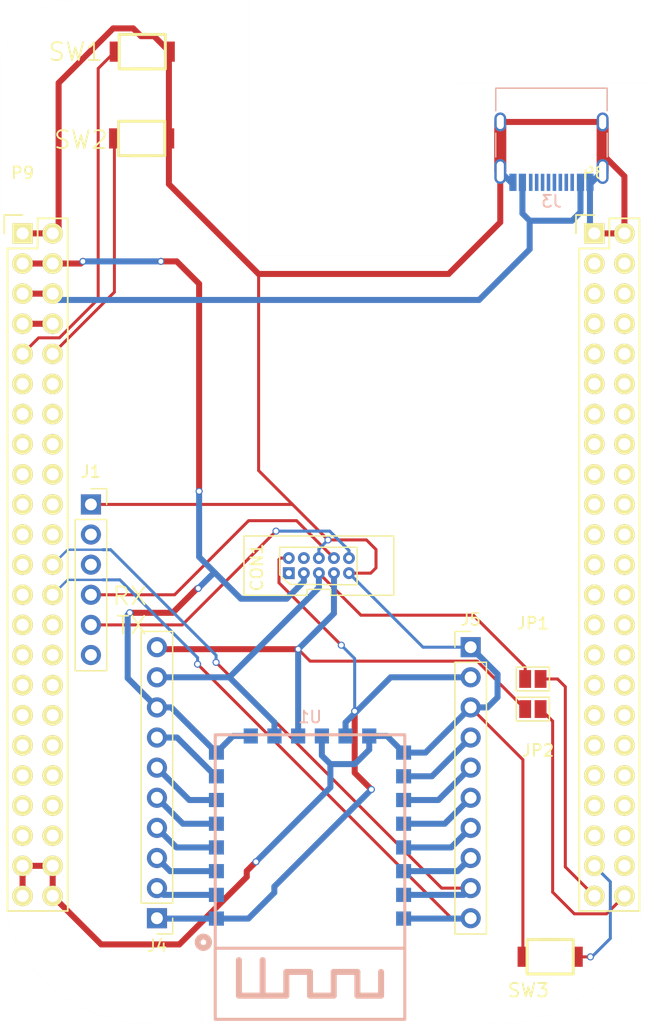
<source format=kicad_pcb>
(kicad_pcb (version 20171130) (host pcbnew "(5.1.7-0-10_14)")

  (general
    (thickness 1.6)
    (drawings 17)
    (tracks 235)
    (zones 0)
    (modules 13)
    (nets 112)
  )

  (page A4)
  (layers
    (0 F.Cu signal)
    (31 B.Cu signal)
    (32 B.Adhes user)
    (33 F.Adhes user)
    (34 B.Paste user)
    (35 F.Paste user)
    (36 B.SilkS user)
    (37 F.SilkS user)
    (38 B.Mask user)
    (39 F.Mask user)
    (40 Dwgs.User user)
    (41 Cmts.User user)
    (42 Eco1.User user)
    (43 Eco2.User user)
    (44 Edge.Cuts user)
    (45 Margin user)
    (46 B.CrtYd user)
    (47 F.CrtYd user)
    (48 B.Fab user hide)
    (49 F.Fab user hide)
  )

  (setup
    (last_trace_width 0.25)
    (user_trace_width 0.2)
    (user_trace_width 0.254)
    (user_trace_width 0.508)
    (user_trace_width 1.016)
    (trace_clearance 0.2)
    (zone_clearance 0.508)
    (zone_45_only no)
    (trace_min 0.127)
    (via_size 0.6)
    (via_drill 0.4)
    (via_min_size 0.4)
    (via_min_drill 0.3)
    (user_via 0.6 0.3)
    (user_via 0.8 0.4)
    (uvia_size 0.3)
    (uvia_drill 0.1)
    (uvias_allowed no)
    (uvia_min_size 0.2)
    (uvia_min_drill 0.1)
    (edge_width 0.00254)
    (segment_width 0.2)
    (pcb_text_width 0.3)
    (pcb_text_size 1.5 1.5)
    (mod_edge_width 0.15)
    (mod_text_size 1 1)
    (mod_text_width 0.15)
    (pad_size 1.7 1.7)
    (pad_drill 1)
    (pad_to_mask_clearance 0)
    (aux_axis_origin 0 0)
    (grid_origin 116.3701 62.3824)
    (visible_elements 7FFFFFFF)
    (pcbplotparams
      (layerselection 0x010f0_ffffffff)
      (usegerberextensions false)
      (usegerberattributes true)
      (usegerberadvancedattributes true)
      (creategerberjobfile true)
      (excludeedgelayer true)
      (linewidth 0.100000)
      (plotframeref false)
      (viasonmask false)
      (mode 1)
      (useauxorigin false)
      (hpglpennumber 1)
      (hpglpenspeed 20)
      (hpglpendiameter 15.000000)
      (psnegative false)
      (psa4output false)
      (plotreference true)
      (plotvalue true)
      (plotinvisibletext false)
      (padsonsilk false)
      (subtractmaskfromsilk false)
      (outputformat 1)
      (mirror false)
      (drillshape 0)
      (scaleselection 1)
      (outputdirectory "bbb_zs3l/"))
  )

  (net 0 "")
  (net 1 +3V3)
  (net 2 +5V)
  (net 3 SYS_5V)
  (net 4 PWR_BUT)
  (net 5 SYS_RESETN)
  (net 6 VDD_ADC)
  (net 7 GNDA_ADC)
  (net 8 "Net-(J1-Pad6)")
  (net 9 UART0_TX)
  (net 10 UART0_RX)
  (net 11 "Net-(J1-Pad2)")
  (net 12 MMC1_DAT6)
  (net 13 MMC1_DAT7)
  (net 14 MMC1_DAT2)
  (net 15 MMC1_DAT3)
  (net 16 GPIO_66)
  (net 17 GPIO_67)
  (net 18 GPIO_69)
  (net 19 GPIO_68)
  (net 20 GPIO_45)
  (net 21 GPIO_44)
  (net 22 GPIO_26)
  (net 23 GPIO_47)
  (net 24 GPIO_46)
  (net 25 GPIO_27)
  (net 26 GPIO_65)
  (net 27 EHRPWM2A)
  (net 28 MMC1_CMD)
  (net 29 MMC1_CLK)
  (net 30 MMC1_DAT5)
  (net 31 MMC1_DAT4)
  (net 32 MMC1_DAT1)
  (net 33 MMC1_DAT0)
  (net 34 GPIO_61)
  (net 35 LCD_VSYNC)
  (net 36 LCD_PCLK)
  (net 37 LCD_HSYNC)
  (net 38 LCD_AC_BIAS)
  (net 39 LCD_DATA14)
  (net 40 LCD_DATA15)
  (net 41 LCD_DATA13)
  (net 42 LCD_DATA11)
  (net 43 LCD_DATA12)
  (net 44 LCD_DATA10)
  (net 45 LCD_DATA8)
  (net 46 LCD_DATA9)
  (net 47 LCD_DATA6)
  (net 48 LCD_DATA7)
  (net 49 LCD_DATA4)
  (net 50 LCD_DATA5)
  (net 51 LCD_DATA2)
  (net 52 LCD_DATA3)
  (net 53 LCD_DATA0)
  (net 54 LCD_DATA1)
  (net 55 UART4_RXD)
  (net 56 GPIO_60)
  (net 57 UART4_TXD)
  (net 58 EHRPWM1A)
  (net 59 GPIO_48)
  (net 60 EHRPWM1B)
  (net 61 SPI0_CS0)
  (net 62 SPI0_D1)
  (net 63 I2C2_SCL)
  (net 64 I2C2_SDA)
  (net 65 SPI0_D0)
  (net 66 SPI0_SCLK)
  (net 67 GPIO_49)
  (net 68 UART1_TXD)
  (net 69 GPIO_117)
  (net 70 UART1_RXD)
  (net 71 GPIO_115)
  (net 72 SPI1_CS0)
  (net 73 SPI1_D0)
  (net 74 GPIO_112)
  (net 75 SPI1_SCLK)
  (net 76 AIN4)
  (net 77 AIN6)
  (net 78 AIN5)
  (net 79 AIN2)
  (net 80 AIN3)
  (net 81 AIN0)
  (net 82 AIN1)
  (net 83 GPIO_20)
  (net 84 ECAPPWM0)
  (net 85 EHRPWM2B)
  (net 86 "Net-(J3-PadB8)")
  (net 87 "Net-(J3-PadA5)")
  (net 88 "Net-(J3-PadB7)")
  (net 89 "Net-(J3-PadA7)")
  (net 90 "Net-(J3-PadB6)")
  (net 91 "Net-(J3-PadA8)")
  (net 92 "Net-(J3-PadB5)")
  (net 93 "Net-(J3-PadA6)")
  (net 94 "Net-(J1-Pad3)")
  (net 95 GND)
  (net 96 DBG_SWCLK)
  (net 97 DBG_SWDIO)
  (net 98 DBG_SWO)
  (net 99 RESETn)
  (net 100 "Net-(CON1-Pad1)")
  (net 101 /Sheet5FB5E9C3/PA04)
  (net 102 /Sheet5FB5E9C3/PA03)
  (net 103 /Sheet5FB5E9C3/PA00)
  (net 104 /Sheet5FB5E9C3/PC00)
  (net 105 "Net-(J4-Pad3)")
  (net 106 /Sheet5FB5E9C3/ADC_PC01)
  (net 107 /Sheet5FB5E9C3/PB01)
  (net 108 /Sheet5FB5E9C3/PB00)
  (net 109 /Sheet5FB5E9C3/PC02)
  (net 110 /Sheet5FB5E9C3/PD00)
  (net 111 /Sheet5FB5E9C3/PD01)

  (net_class Default "To jest domyślna klasa połączeń."
    (clearance 0.2)
    (trace_width 0.25)
    (via_dia 0.6)
    (via_drill 0.4)
    (uvia_dia 0.3)
    (uvia_drill 0.1)
    (add_net +3V3)
    (add_net +5V)
    (add_net /Sheet5FB5E9C3/ADC_PC01)
    (add_net /Sheet5FB5E9C3/PA00)
    (add_net /Sheet5FB5E9C3/PA03)
    (add_net /Sheet5FB5E9C3/PA04)
    (add_net /Sheet5FB5E9C3/PB00)
    (add_net /Sheet5FB5E9C3/PB01)
    (add_net /Sheet5FB5E9C3/PC00)
    (add_net /Sheet5FB5E9C3/PC02)
    (add_net /Sheet5FB5E9C3/PD00)
    (add_net /Sheet5FB5E9C3/PD01)
    (add_net AIN0)
    (add_net AIN1)
    (add_net AIN2)
    (add_net AIN3)
    (add_net AIN4)
    (add_net AIN5)
    (add_net AIN6)
    (add_net DBG_SWCLK)
    (add_net DBG_SWDIO)
    (add_net DBG_SWO)
    (add_net ECAPPWM0)
    (add_net EHRPWM1A)
    (add_net EHRPWM1B)
    (add_net EHRPWM2A)
    (add_net EHRPWM2B)
    (add_net GND)
    (add_net GNDA_ADC)
    (add_net GPIO_112)
    (add_net GPIO_115)
    (add_net GPIO_117)
    (add_net GPIO_20)
    (add_net GPIO_26)
    (add_net GPIO_27)
    (add_net GPIO_44)
    (add_net GPIO_45)
    (add_net GPIO_46)
    (add_net GPIO_47)
    (add_net GPIO_48)
    (add_net GPIO_49)
    (add_net GPIO_60)
    (add_net GPIO_61)
    (add_net GPIO_65)
    (add_net GPIO_66)
    (add_net GPIO_67)
    (add_net GPIO_68)
    (add_net GPIO_69)
    (add_net I2C2_SCL)
    (add_net I2C2_SDA)
    (add_net LCD_AC_BIAS)
    (add_net LCD_DATA0)
    (add_net LCD_DATA1)
    (add_net LCD_DATA10)
    (add_net LCD_DATA11)
    (add_net LCD_DATA12)
    (add_net LCD_DATA13)
    (add_net LCD_DATA14)
    (add_net LCD_DATA15)
    (add_net LCD_DATA2)
    (add_net LCD_DATA3)
    (add_net LCD_DATA4)
    (add_net LCD_DATA5)
    (add_net LCD_DATA6)
    (add_net LCD_DATA7)
    (add_net LCD_DATA8)
    (add_net LCD_DATA9)
    (add_net LCD_HSYNC)
    (add_net LCD_PCLK)
    (add_net LCD_VSYNC)
    (add_net MMC1_CLK)
    (add_net MMC1_CMD)
    (add_net MMC1_DAT0)
    (add_net MMC1_DAT1)
    (add_net MMC1_DAT2)
    (add_net MMC1_DAT3)
    (add_net MMC1_DAT4)
    (add_net MMC1_DAT5)
    (add_net MMC1_DAT6)
    (add_net MMC1_DAT7)
    (add_net "Net-(CON1-Pad1)")
    (add_net "Net-(J1-Pad2)")
    (add_net "Net-(J1-Pad3)")
    (add_net "Net-(J1-Pad6)")
    (add_net "Net-(J3-PadA5)")
    (add_net "Net-(J3-PadA6)")
    (add_net "Net-(J3-PadA7)")
    (add_net "Net-(J3-PadA8)")
    (add_net "Net-(J3-PadB5)")
    (add_net "Net-(J3-PadB6)")
    (add_net "Net-(J3-PadB7)")
    (add_net "Net-(J3-PadB8)")
    (add_net "Net-(J4-Pad3)")
    (add_net PWR_BUT)
    (add_net RESETn)
    (add_net SPI0_CS0)
    (add_net SPI0_D0)
    (add_net SPI0_D1)
    (add_net SPI0_SCLK)
    (add_net SPI1_CS0)
    (add_net SPI1_D0)
    (add_net SPI1_SCLK)
    (add_net SYS_5V)
    (add_net SYS_RESETN)
    (add_net UART0_RX)
    (add_net UART0_TX)
    (add_net UART1_RXD)
    (add_net UART1_TXD)
    (add_net UART4_RXD)
    (add_net UART4_TXD)
    (add_net VDD_ADC)
  )

  (module mybays_connector:turtlekey (layer F.Cu) (tedit 5F49291D) (tstamp 5FA3766B)
    (at 160.9001 123.3924 180)
    (path /5FA54E1A)
    (fp_text reference SW3 (at 0 -2.830322) (layer F.SilkS)
      (effects (font (size 1.143 1.143) (thickness 0.1524)) (justify right))
    )
    (fp_text value SW_Push (at 0.043967 -6.015482) (layer F.Fab)
      (effects (font (size 1.143 1.143) (thickness 0.1524)) (justify right))
    )
    (fp_line (start -1.949958 -1.450086) (end 1.949958 -1.450086) (layer F.SilkS) (width 0.254))
    (fp_line (start 1.949958 -1.450086) (end 1.949958 1.449832) (layer F.SilkS) (width 0.254))
    (fp_line (start 1.949958 1.449832) (end -1.949958 1.449832) (layer F.SilkS) (width 0.254))
    (fp_line (start -1.949958 1.449832) (end -1.949958 -1.450086) (layer F.SilkS) (width 0.254))
    (fp_line (start -0.855726 1.459992) (end 0.844296 1.459992) (layer F.SilkS) (width 0.254))
    (pad 1 smd rect (at -2.29997 0 180) (size 0.899998 1.699997) (layers F.Cu F.Paste F.Mask)
      (net 51 LCD_DATA2))
    (pad 2 smd rect (at 2.29997 0 180) (size 0.899998 1.699997) (layers F.Cu F.Paste F.Mask)
      (net 95 GND))
  )

  (module mybays_connector:turtlekey (layer F.Cu) (tedit 5F49291D) (tstamp 5FA37660)
    (at 126.4201 54.3724)
    (path /5FA54BA3)
    (fp_text reference SW2 (at -7.51 0.12) (layer F.SilkS)
      (effects (font (size 1.5 1.5) (thickness 0.1524)) (justify left))
    )
    (fp_text value SW_Push (at 4.94 0) (layer F.Fab)
      (effects (font (size 1.143 1.143) (thickness 0.1524)) (justify left))
    )
    (fp_line (start -1.949958 -1.450086) (end 1.949958 -1.450086) (layer F.SilkS) (width 0.254))
    (fp_line (start 1.949958 -1.450086) (end 1.949958 1.449832) (layer F.SilkS) (width 0.254))
    (fp_line (start 1.949958 1.449832) (end -1.949958 1.449832) (layer F.SilkS) (width 0.254))
    (fp_line (start -1.949958 1.449832) (end -1.949958 -1.450086) (layer F.SilkS) (width 0.254))
    (fp_line (start -0.855726 1.459992) (end 0.844296 1.459992) (layer F.SilkS) (width 0.254))
    (pad 1 smd rect (at -2.29997 0) (size 0.899998 1.699997) (layers F.Cu F.Paste F.Mask)
      (net 5 SYS_RESETN))
    (pad 2 smd rect (at 2.29997 0) (size 0.899998 1.699997) (layers F.Cu F.Paste F.Mask)
      (net 95 GND))
  )

  (module mybays_connector:turtlekey (layer F.Cu) (tedit 5F49291D) (tstamp 5FA37655)
    (at 126.4701 47.0524)
    (path /5FA54260)
    (fp_text reference SW1 (at -8.03 0.02) (layer F.SilkS)
      (effects (font (size 1.5 1.5) (thickness 0.1524)) (justify left))
    )
    (fp_text value SW_Push (at 5.13 0.1) (layer F.Fab)
      (effects (font (size 1.143 1.143) (thickness 0.1524)) (justify left))
    )
    (fp_line (start -1.949958 -1.450086) (end 1.949958 -1.450086) (layer F.SilkS) (width 0.254))
    (fp_line (start 1.949958 -1.450086) (end 1.949958 1.449832) (layer F.SilkS) (width 0.254))
    (fp_line (start 1.949958 1.449832) (end -1.949958 1.449832) (layer F.SilkS) (width 0.254))
    (fp_line (start -1.949958 1.449832) (end -1.949958 -1.450086) (layer F.SilkS) (width 0.254))
    (fp_line (start -0.855726 1.459992) (end 0.844296 1.459992) (layer F.SilkS) (width 0.254))
    (pad 1 smd rect (at -2.29997 0) (size 0.899998 1.699997) (layers F.Cu F.Paste F.Mask)
      (net 4 PWR_BUT))
    (pad 2 smd rect (at 2.29997 0) (size 0.899998 1.699997) (layers F.Cu F.Paste F.Mask)
      (net 95 GND))
  )

  (module Connector_USB:USB_C_Receptacle_HRO_TYPE-C-31-M-12 (layer B.Cu) (tedit 5D3C0721) (tstamp 5FA37556)
    (at 161.0101 54.0324)
    (descr "USB Type-C receptacle for USB 2.0 and PD, http://www.krhro.com/uploads/soft/180320/1-1P320120243.pdf")
    (tags "usb usb-c 2.0 pd")
    (path /5FA986C6)
    (attr smd)
    (fp_text reference J3 (at 0 5.645) (layer B.SilkS)
      (effects (font (size 1 1) (thickness 0.15)) (justify mirror))
    )
    (fp_text value USB_C_Receptacle (at 0 -5.1) (layer B.Fab)
      (effects (font (size 1 1) (thickness 0.15)) (justify mirror))
    )
    (fp_line (start -4.7 -3.9) (end 4.7 -3.9) (layer B.SilkS) (width 0.12))
    (fp_line (start -4.47 3.65) (end 4.47 3.65) (layer B.Fab) (width 0.1))
    (fp_line (start -4.47 3.65) (end -4.47 -3.65) (layer B.Fab) (width 0.1))
    (fp_line (start -4.47 -3.65) (end 4.47 -3.65) (layer B.Fab) (width 0.1))
    (fp_line (start 4.47 3.65) (end 4.47 -3.65) (layer B.Fab) (width 0.1))
    (fp_line (start -5.32 5.27) (end 5.32 5.27) (layer B.CrtYd) (width 0.05))
    (fp_line (start -5.32 -4.15) (end 5.32 -4.15) (layer B.CrtYd) (width 0.05))
    (fp_line (start -5.32 5.27) (end -5.32 -4.15) (layer B.CrtYd) (width 0.05))
    (fp_line (start 5.32 5.27) (end 5.32 -4.15) (layer B.CrtYd) (width 0.05))
    (fp_line (start 4.7 1.9) (end 4.7 -0.1) (layer B.SilkS) (width 0.12))
    (fp_line (start 4.7 -2) (end 4.7 -3.9) (layer B.SilkS) (width 0.12))
    (fp_line (start -4.7 1.9) (end -4.7 -0.1) (layer B.SilkS) (width 0.12))
    (fp_line (start -4.7 -2) (end -4.7 -3.9) (layer B.SilkS) (width 0.12))
    (fp_text user %R (at 0 0) (layer B.Fab)
      (effects (font (size 1 1) (thickness 0.15)) (justify mirror))
    )
    (pad B1 smd rect (at 3.25 4.045) (size 0.6 1.45) (layers B.Cu B.Paste B.Mask)
      (net 95 GND))
    (pad A9 smd rect (at 2.45 4.045) (size 0.6 1.45) (layers B.Cu B.Paste B.Mask)
      (net 2 +5V))
    (pad B9 smd rect (at -2.45 4.045) (size 0.6 1.45) (layers B.Cu B.Paste B.Mask)
      (net 2 +5V))
    (pad B12 smd rect (at -3.25 4.045) (size 0.6 1.45) (layers B.Cu B.Paste B.Mask)
      (net 95 GND))
    (pad A1 smd rect (at -3.25 4.045) (size 0.6 1.45) (layers B.Cu B.Paste B.Mask)
      (net 95 GND))
    (pad A4 smd rect (at -2.45 4.045) (size 0.6 1.45) (layers B.Cu B.Paste B.Mask)
      (net 2 +5V))
    (pad B4 smd rect (at 2.45 4.045) (size 0.6 1.45) (layers B.Cu B.Paste B.Mask)
      (net 2 +5V))
    (pad A12 smd rect (at 3.25 4.045) (size 0.6 1.45) (layers B.Cu B.Paste B.Mask)
      (net 95 GND))
    (pad B8 smd rect (at -1.75 4.045) (size 0.3 1.45) (layers B.Cu B.Paste B.Mask)
      (net 86 "Net-(J3-PadB8)"))
    (pad A5 smd rect (at -1.25 4.045) (size 0.3 1.45) (layers B.Cu B.Paste B.Mask)
      (net 87 "Net-(J3-PadA5)"))
    (pad B7 smd rect (at -0.75 4.045) (size 0.3 1.45) (layers B.Cu B.Paste B.Mask)
      (net 88 "Net-(J3-PadB7)"))
    (pad A7 smd rect (at 0.25 4.045) (size 0.3 1.45) (layers B.Cu B.Paste B.Mask)
      (net 89 "Net-(J3-PadA7)"))
    (pad B6 smd rect (at 0.75 4.045) (size 0.3 1.45) (layers B.Cu B.Paste B.Mask)
      (net 90 "Net-(J3-PadB6)"))
    (pad A8 smd rect (at 1.25 4.045) (size 0.3 1.45) (layers B.Cu B.Paste B.Mask)
      (net 91 "Net-(J3-PadA8)"))
    (pad B5 smd rect (at 1.75 4.045) (size 0.3 1.45) (layers B.Cu B.Paste B.Mask)
      (net 92 "Net-(J3-PadB5)"))
    (pad A6 smd rect (at -0.25 4.045) (size 0.3 1.45) (layers B.Cu B.Paste B.Mask)
      (net 93 "Net-(J3-PadA6)"))
    (pad S1 thru_hole oval (at 4.32 3.13) (size 1 2.1) (drill oval 0.6 1.7) (layers *.Cu *.Mask)
      (net 95 GND))
    (pad S1 thru_hole oval (at -4.32 3.13) (size 1 2.1) (drill oval 0.6 1.7) (layers *.Cu *.Mask)
      (net 95 GND))
    (pad "" np_thru_hole circle (at -2.89 2.6) (size 0.65 0.65) (drill 0.65) (layers *.Cu *.Mask))
    (pad S1 thru_hole oval (at -4.32 -1.05) (size 1 1.6) (drill oval 0.6 1.2) (layers *.Cu *.Mask)
      (net 95 GND))
    (pad "" np_thru_hole circle (at 2.89 2.6) (size 0.65 0.65) (drill 0.65) (layers *.Cu *.Mask))
    (pad S1 thru_hole oval (at 4.32 -1.05) (size 1 1.6) (drill oval 0.6 1.2) (layers *.Cu *.Mask)
      (net 95 GND))
    (model ${KISYS3DMOD}/Connector_USB.3dshapes/USB_C_Receptacle_HRO_TYPE-C-31-M-12.wrl
      (at (xyz 0 0 0))
      (scale (xyz 1 1 1))
      (rotate (xyz 0 0 0))
    )
  )

  (module Connector_PinSocket_2.54mm:PinSocket_1x06_P2.54mm_Vertical (layer F.Cu) (tedit 5A19A430) (tstamp 5F9E42F3)
    (at 122.1371 85.2424)
    (descr "Through hole straight socket strip, 1x06, 2.54mm pitch, single row (from Kicad 4.0.7), script generated")
    (tags "Through hole socket strip THT 1x06 2.54mm single row")
    (path /5FA9AAA1)
    (fp_text reference J1 (at 0 -2.77) (layer F.SilkS)
      (effects (font (size 1 1) (thickness 0.15)))
    )
    (fp_text value Conn_01x06 (at 0 15.47) (layer F.Fab)
      (effects (font (size 1 1) (thickness 0.15)))
    )
    (fp_line (start -1.27 -1.27) (end 0.635 -1.27) (layer F.Fab) (width 0.1))
    (fp_line (start 0.635 -1.27) (end 1.27 -0.635) (layer F.Fab) (width 0.1))
    (fp_line (start 1.27 -0.635) (end 1.27 13.97) (layer F.Fab) (width 0.1))
    (fp_line (start 1.27 13.97) (end -1.27 13.97) (layer F.Fab) (width 0.1))
    (fp_line (start -1.27 13.97) (end -1.27 -1.27) (layer F.Fab) (width 0.1))
    (fp_line (start -1.33 1.27) (end 1.33 1.27) (layer F.SilkS) (width 0.12))
    (fp_line (start -1.33 1.27) (end -1.33 14.03) (layer F.SilkS) (width 0.12))
    (fp_line (start -1.33 14.03) (end 1.33 14.03) (layer F.SilkS) (width 0.12))
    (fp_line (start 1.33 1.27) (end 1.33 14.03) (layer F.SilkS) (width 0.12))
    (fp_line (start 1.33 -1.33) (end 1.33 0) (layer F.SilkS) (width 0.12))
    (fp_line (start 0 -1.33) (end 1.33 -1.33) (layer F.SilkS) (width 0.12))
    (fp_line (start -1.8 -1.8) (end 1.75 -1.8) (layer F.CrtYd) (width 0.05))
    (fp_line (start 1.75 -1.8) (end 1.75 14.45) (layer F.CrtYd) (width 0.05))
    (fp_line (start 1.75 14.45) (end -1.8 14.45) (layer F.CrtYd) (width 0.05))
    (fp_line (start -1.8 14.45) (end -1.8 -1.8) (layer F.CrtYd) (width 0.05))
    (fp_text user %R (at 0 6.35 90) (layer F.Fab)
      (effects (font (size 1 1) (thickness 0.15)))
    )
    (pad 6 thru_hole oval (at 0 12.7) (size 1.7 1.7) (drill 1) (layers *.Cu *.Mask)
      (net 8 "Net-(J1-Pad6)"))
    (pad 5 thru_hole oval (at 0 10.16) (size 1.7 1.7) (drill 1) (layers *.Cu *.Mask)
      (net 9 UART0_TX))
    (pad 4 thru_hole oval (at 0 7.62) (size 1.7 1.7) (drill 1) (layers *.Cu *.Mask)
      (net 10 UART0_RX))
    (pad 3 thru_hole oval (at 0 5.08) (size 1.7 1.7) (drill 1) (layers *.Cu *.Mask)
      (net 94 "Net-(J1-Pad3)"))
    (pad 2 thru_hole oval (at 0 2.54) (size 1.7 1.7) (drill 1) (layers *.Cu *.Mask)
      (net 11 "Net-(J1-Pad2)"))
    (pad 1 thru_hole rect (at 0 0) (size 1.7 1.7) (drill 1) (layers *.Cu *.Mask)
      (net 95 GND))
    (model ${KISYS3DMOD}/Connector_PinSocket_2.54mm.3dshapes/PinSocket_1x06_P2.54mm_Vertical.wrl
      (at (xyz 0 0 0))
      (scale (xyz 1 1 1))
      (rotate (xyz 0 0 0))
    )
  )

  (module Socket_BeagleBone_Black:Socket_BeagleBone_Black (layer F.Cu) (tedit 55DF76F9) (tstamp 55DF7717)
    (at 164.6301 62.3824)
    (descr "Through hole pin header")
    (tags "pin header")
    (path /55DF7DE1)
    (fp_text reference P8 (at 0 -5.1) (layer F.SilkS)
      (effects (font (size 1 1) (thickness 0.15)))
    )
    (fp_text value BeagleBone_Black_Header (at 0 -3.1) (layer F.Fab)
      (effects (font (size 1 1) (thickness 0.15)))
    )
    (fp_line (start -1.55 -1.55) (end -1.55 0) (layer F.SilkS) (width 0.15))
    (fp_line (start 1.27 1.27) (end -1.27 1.27) (layer F.SilkS) (width 0.15))
    (fp_line (start 1.27 -1.27) (end 1.27 1.27) (layer F.SilkS) (width 0.15))
    (fp_line (start 0 -1.55) (end -1.55 -1.55) (layer F.SilkS) (width 0.15))
    (fp_line (start 3.81 -1.27) (end 1.27 -1.27) (layer F.SilkS) (width 0.15))
    (fp_line (start 3.81 57.15) (end -1.27 57.15) (layer F.SilkS) (width 0.15))
    (fp_line (start -1.27 57.15) (end -1.27 1.27) (layer F.SilkS) (width 0.15))
    (fp_line (start 3.81 57.15) (end 3.81 -1.27) (layer F.SilkS) (width 0.15))
    (fp_line (start -1.75 57.65) (end 4.3 57.65) (layer F.CrtYd) (width 0.05))
    (fp_line (start -1.75 -1.75) (end 4.3 -1.75) (layer F.CrtYd) (width 0.05))
    (fp_line (start 4.3 -1.75) (end 4.3 57.65) (layer F.CrtYd) (width 0.05))
    (fp_line (start -1.75 -1.75) (end -1.75 57.65) (layer F.CrtYd) (width 0.05))
    (pad 1 thru_hole rect (at 0 0) (size 1.7272 1.7272) (drill 1.016) (layers *.Cu *.Mask F.SilkS)
      (net 95 GND))
    (pad 2 thru_hole oval (at 2.54 0) (size 1.7272 1.7272) (drill 1.016) (layers *.Cu *.Mask F.SilkS)
      (net 95 GND))
    (pad 3 thru_hole oval (at 0 2.54) (size 1.7272 1.7272) (drill 1.016) (layers *.Cu *.Mask F.SilkS)
      (net 12 MMC1_DAT6))
    (pad 4 thru_hole oval (at 2.54 2.54) (size 1.7272 1.7272) (drill 1.016) (layers *.Cu *.Mask F.SilkS)
      (net 13 MMC1_DAT7))
    (pad 5 thru_hole oval (at 0 5.08) (size 1.7272 1.7272) (drill 1.016) (layers *.Cu *.Mask F.SilkS)
      (net 14 MMC1_DAT2))
    (pad 6 thru_hole oval (at 2.54 5.08) (size 1.7272 1.7272) (drill 1.016) (layers *.Cu *.Mask F.SilkS)
      (net 15 MMC1_DAT3))
    (pad 7 thru_hole oval (at 0 7.62) (size 1.7272 1.7272) (drill 1.016) (layers *.Cu *.Mask F.SilkS)
      (net 16 GPIO_66))
    (pad 8 thru_hole oval (at 2.54 7.62) (size 1.7272 1.7272) (drill 1.016) (layers *.Cu *.Mask F.SilkS)
      (net 17 GPIO_67))
    (pad 9 thru_hole oval (at 0 10.16) (size 1.7272 1.7272) (drill 1.016) (layers *.Cu *.Mask F.SilkS)
      (net 18 GPIO_69))
    (pad 10 thru_hole oval (at 2.54 10.16) (size 1.7272 1.7272) (drill 1.016) (layers *.Cu *.Mask F.SilkS)
      (net 19 GPIO_68))
    (pad 11 thru_hole oval (at 0 12.7) (size 1.7272 1.7272) (drill 1.016) (layers *.Cu *.Mask F.SilkS)
      (net 20 GPIO_45))
    (pad 12 thru_hole oval (at 2.54 12.7) (size 1.7272 1.7272) (drill 1.016) (layers *.Cu *.Mask F.SilkS)
      (net 21 GPIO_44))
    (pad 13 thru_hole oval (at 0 15.24) (size 1.7272 1.7272) (drill 1.016) (layers *.Cu *.Mask F.SilkS)
      (net 85 EHRPWM2B))
    (pad 14 thru_hole oval (at 2.54 15.24) (size 1.7272 1.7272) (drill 1.016) (layers *.Cu *.Mask F.SilkS)
      (net 22 GPIO_26))
    (pad 15 thru_hole oval (at 0 17.78) (size 1.7272 1.7272) (drill 1.016) (layers *.Cu *.Mask F.SilkS)
      (net 23 GPIO_47))
    (pad 16 thru_hole oval (at 2.54 17.78) (size 1.7272 1.7272) (drill 1.016) (layers *.Cu *.Mask F.SilkS)
      (net 24 GPIO_46))
    (pad 17 thru_hole oval (at 0 20.32) (size 1.7272 1.7272) (drill 1.016) (layers *.Cu *.Mask F.SilkS)
      (net 25 GPIO_27))
    (pad 18 thru_hole oval (at 2.54 20.32) (size 1.7272 1.7272) (drill 1.016) (layers *.Cu *.Mask F.SilkS)
      (net 26 GPIO_65))
    (pad 19 thru_hole oval (at 0 22.86) (size 1.7272 1.7272) (drill 1.016) (layers *.Cu *.Mask F.SilkS)
      (net 27 EHRPWM2A))
    (pad 20 thru_hole oval (at 2.54 22.86) (size 1.7272 1.7272) (drill 1.016) (layers *.Cu *.Mask F.SilkS)
      (net 28 MMC1_CMD))
    (pad 21 thru_hole oval (at 0 25.4) (size 1.7272 1.7272) (drill 1.016) (layers *.Cu *.Mask F.SilkS)
      (net 29 MMC1_CLK))
    (pad 22 thru_hole oval (at 2.54 25.4) (size 1.7272 1.7272) (drill 1.016) (layers *.Cu *.Mask F.SilkS)
      (net 30 MMC1_DAT5))
    (pad 23 thru_hole oval (at 0 27.94) (size 1.7272 1.7272) (drill 1.016) (layers *.Cu *.Mask F.SilkS)
      (net 31 MMC1_DAT4))
    (pad 24 thru_hole oval (at 2.54 27.94) (size 1.7272 1.7272) (drill 1.016) (layers *.Cu *.Mask F.SilkS)
      (net 32 MMC1_DAT1))
    (pad 25 thru_hole oval (at 0 30.48) (size 1.7272 1.7272) (drill 1.016) (layers *.Cu *.Mask F.SilkS)
      (net 33 MMC1_DAT0))
    (pad 26 thru_hole oval (at 2.54 30.48) (size 1.7272 1.7272) (drill 1.016) (layers *.Cu *.Mask F.SilkS)
      (net 34 GPIO_61))
    (pad 27 thru_hole oval (at 0 33.02) (size 1.7272 1.7272) (drill 1.016) (layers *.Cu *.Mask F.SilkS)
      (net 35 LCD_VSYNC))
    (pad 28 thru_hole oval (at 2.54 33.02) (size 1.7272 1.7272) (drill 1.016) (layers *.Cu *.Mask F.SilkS)
      (net 36 LCD_PCLK))
    (pad 29 thru_hole oval (at 0 35.56) (size 1.7272 1.7272) (drill 1.016) (layers *.Cu *.Mask F.SilkS)
      (net 37 LCD_HSYNC))
    (pad 30 thru_hole oval (at 2.54 35.56) (size 1.7272 1.7272) (drill 1.016) (layers *.Cu *.Mask F.SilkS)
      (net 38 LCD_AC_BIAS))
    (pad 31 thru_hole oval (at 0 38.1) (size 1.7272 1.7272) (drill 1.016) (layers *.Cu *.Mask F.SilkS)
      (net 39 LCD_DATA14))
    (pad 32 thru_hole oval (at 2.54 38.1) (size 1.7272 1.7272) (drill 1.016) (layers *.Cu *.Mask F.SilkS)
      (net 40 LCD_DATA15))
    (pad 33 thru_hole oval (at 0 40.64) (size 1.7272 1.7272) (drill 1.016) (layers *.Cu *.Mask F.SilkS)
      (net 41 LCD_DATA13))
    (pad 34 thru_hole oval (at 2.54 40.64) (size 1.7272 1.7272) (drill 1.016) (layers *.Cu *.Mask F.SilkS)
      (net 42 LCD_DATA11))
    (pad 35 thru_hole oval (at 0 43.18) (size 1.7272 1.7272) (drill 1.016) (layers *.Cu *.Mask F.SilkS)
      (net 43 LCD_DATA12))
    (pad 36 thru_hole oval (at 2.54 43.18) (size 1.7272 1.7272) (drill 1.016) (layers *.Cu *.Mask F.SilkS)
      (net 44 LCD_DATA10))
    (pad 37 thru_hole oval (at 0 45.72) (size 1.7272 1.7272) (drill 1.016) (layers *.Cu *.Mask F.SilkS)
      (net 45 LCD_DATA8))
    (pad 38 thru_hole oval (at 2.54 45.72) (size 1.7272 1.7272) (drill 1.016) (layers *.Cu *.Mask F.SilkS)
      (net 46 LCD_DATA9))
    (pad 39 thru_hole oval (at 0 48.26) (size 1.7272 1.7272) (drill 1.016) (layers *.Cu *.Mask F.SilkS)
      (net 47 LCD_DATA6))
    (pad 40 thru_hole oval (at 2.54 48.26) (size 1.7272 1.7272) (drill 1.016) (layers *.Cu *.Mask F.SilkS)
      (net 48 LCD_DATA7))
    (pad 41 thru_hole oval (at 0 50.8) (size 1.7272 1.7272) (drill 1.016) (layers *.Cu *.Mask F.SilkS)
      (net 49 LCD_DATA4))
    (pad 42 thru_hole oval (at 2.54 50.8) (size 1.7272 1.7272) (drill 1.016) (layers *.Cu *.Mask F.SilkS)
      (net 50 LCD_DATA5))
    (pad 43 thru_hole oval (at 0 53.34) (size 1.7272 1.7272) (drill 1.016) (layers *.Cu *.Mask F.SilkS)
      (net 51 LCD_DATA2))
    (pad 44 thru_hole oval (at 2.54 53.34) (size 1.7272 1.7272) (drill 1.016) (layers *.Cu *.Mask F.SilkS)
      (net 52 LCD_DATA3))
    (pad 45 thru_hole oval (at 0 55.88) (size 1.7272 1.7272) (drill 1.016) (layers *.Cu *.Mask F.SilkS)
      (net 53 LCD_DATA0))
    (pad 46 thru_hole oval (at 2.54 55.88) (size 1.7272 1.7272) (drill 1.016) (layers *.Cu *.Mask F.SilkS)
      (net 54 LCD_DATA1))
    (model ${KIPRJMOD}/Socket_BeagleBone_Black.3dshapes/Socket_BeagleBone_Black.wrl
      (offset (xyz 1.269999980926514 -27.9399995803833 0))
      (scale (xyz 1 1 1))
      (rotate (xyz 0 0 90))
    )
  )

  (module Socket_BeagleBone_Black:Socket_BeagleBone_Black (layer F.Cu) (tedit 0) (tstamp 55DF7748)
    (at 116.3701 62.3824)
    (descr "Through hole pin header")
    (tags "pin header")
    (path /55DF7DBA)
    (fp_text reference P9 (at 0 -5.1) (layer F.SilkS)
      (effects (font (size 1 1) (thickness 0.15)))
    )
    (fp_text value BeagleBone_Black_Header (at 0 -3.1) (layer F.Fab)
      (effects (font (size 1 1) (thickness 0.15)))
    )
    (fp_line (start -1.55 -1.55) (end -1.55 0) (layer F.SilkS) (width 0.15))
    (fp_line (start 1.27 1.27) (end -1.27 1.27) (layer F.SilkS) (width 0.15))
    (fp_line (start 1.27 -1.27) (end 1.27 1.27) (layer F.SilkS) (width 0.15))
    (fp_line (start 0 -1.55) (end -1.55 -1.55) (layer F.SilkS) (width 0.15))
    (fp_line (start 3.81 -1.27) (end 1.27 -1.27) (layer F.SilkS) (width 0.15))
    (fp_line (start 3.81 57.15) (end -1.27 57.15) (layer F.SilkS) (width 0.15))
    (fp_line (start -1.27 57.15) (end -1.27 1.27) (layer F.SilkS) (width 0.15))
    (fp_line (start 3.81 57.15) (end 3.81 -1.27) (layer F.SilkS) (width 0.15))
    (fp_line (start -1.75 57.65) (end 4.3 57.65) (layer F.CrtYd) (width 0.05))
    (fp_line (start -1.75 -1.75) (end 4.3 -1.75) (layer F.CrtYd) (width 0.05))
    (fp_line (start 4.3 -1.75) (end 4.3 57.65) (layer F.CrtYd) (width 0.05))
    (fp_line (start -1.75 -1.75) (end -1.75 57.65) (layer F.CrtYd) (width 0.05))
    (pad 1 thru_hole rect (at 0 0) (size 1.7272 1.7272) (drill 1.016) (layers *.Cu *.Mask F.SilkS)
      (net 95 GND))
    (pad 2 thru_hole oval (at 2.54 0) (size 1.7272 1.7272) (drill 1.016) (layers *.Cu *.Mask F.SilkS)
      (net 95 GND))
    (pad 3 thru_hole oval (at 0 2.54) (size 1.7272 1.7272) (drill 1.016) (layers *.Cu *.Mask F.SilkS)
      (net 1 +3V3))
    (pad 4 thru_hole oval (at 2.54 2.54) (size 1.7272 1.7272) (drill 1.016) (layers *.Cu *.Mask F.SilkS)
      (net 1 +3V3))
    (pad 5 thru_hole oval (at 0 5.08) (size 1.7272 1.7272) (drill 1.016) (layers *.Cu *.Mask F.SilkS)
      (net 2 +5V))
    (pad 6 thru_hole oval (at 2.54 5.08) (size 1.7272 1.7272) (drill 1.016) (layers *.Cu *.Mask F.SilkS)
      (net 2 +5V))
    (pad 7 thru_hole oval (at 0 7.62) (size 1.7272 1.7272) (drill 1.016) (layers *.Cu *.Mask F.SilkS)
      (net 3 SYS_5V))
    (pad 8 thru_hole oval (at 2.54 7.62) (size 1.7272 1.7272) (drill 1.016) (layers *.Cu *.Mask F.SilkS)
      (net 3 SYS_5V))
    (pad 9 thru_hole oval (at 0 10.16) (size 1.7272 1.7272) (drill 1.016) (layers *.Cu *.Mask F.SilkS)
      (net 4 PWR_BUT))
    (pad 10 thru_hole oval (at 2.54 10.16) (size 1.7272 1.7272) (drill 1.016) (layers *.Cu *.Mask F.SilkS)
      (net 5 SYS_RESETN))
    (pad 11 thru_hole oval (at 0 12.7) (size 1.7272 1.7272) (drill 1.016) (layers *.Cu *.Mask F.SilkS)
      (net 55 UART4_RXD))
    (pad 12 thru_hole oval (at 2.54 12.7) (size 1.7272 1.7272) (drill 1.016) (layers *.Cu *.Mask F.SilkS)
      (net 56 GPIO_60))
    (pad 13 thru_hole oval (at 0 15.24) (size 1.7272 1.7272) (drill 1.016) (layers *.Cu *.Mask F.SilkS)
      (net 57 UART4_TXD))
    (pad 14 thru_hole oval (at 2.54 15.24) (size 1.7272 1.7272) (drill 1.016) (layers *.Cu *.Mask F.SilkS)
      (net 58 EHRPWM1A))
    (pad 15 thru_hole oval (at 0 17.78) (size 1.7272 1.7272) (drill 1.016) (layers *.Cu *.Mask F.SilkS)
      (net 59 GPIO_48))
    (pad 16 thru_hole oval (at 2.54 17.78) (size 1.7272 1.7272) (drill 1.016) (layers *.Cu *.Mask F.SilkS)
      (net 60 EHRPWM1B))
    (pad 17 thru_hole oval (at 0 20.32) (size 1.7272 1.7272) (drill 1.016) (layers *.Cu *.Mask F.SilkS)
      (net 61 SPI0_CS0))
    (pad 18 thru_hole oval (at 2.54 20.32) (size 1.7272 1.7272) (drill 1.016) (layers *.Cu *.Mask F.SilkS)
      (net 62 SPI0_D1))
    (pad 19 thru_hole oval (at 0 22.86) (size 1.7272 1.7272) (drill 1.016) (layers *.Cu *.Mask F.SilkS)
      (net 63 I2C2_SCL))
    (pad 20 thru_hole oval (at 2.54 22.86) (size 1.7272 1.7272) (drill 1.016) (layers *.Cu *.Mask F.SilkS)
      (net 64 I2C2_SDA))
    (pad 21 thru_hole oval (at 0 25.4) (size 1.7272 1.7272) (drill 1.016) (layers *.Cu *.Mask F.SilkS)
      (net 65 SPI0_D0))
    (pad 22 thru_hole oval (at 2.54 25.4) (size 1.7272 1.7272) (drill 1.016) (layers *.Cu *.Mask F.SilkS)
      (net 66 SPI0_SCLK))
    (pad 23 thru_hole oval (at 0 27.94) (size 1.7272 1.7272) (drill 1.016) (layers *.Cu *.Mask F.SilkS)
      (net 67 GPIO_49))
    (pad 24 thru_hole oval (at 2.54 27.94) (size 1.7272 1.7272) (drill 1.016) (layers *.Cu *.Mask F.SilkS)
      (net 68 UART1_TXD))
    (pad 25 thru_hole oval (at 0 30.48) (size 1.7272 1.7272) (drill 1.016) (layers *.Cu *.Mask F.SilkS)
      (net 69 GPIO_117))
    (pad 26 thru_hole oval (at 2.54 30.48) (size 1.7272 1.7272) (drill 1.016) (layers *.Cu *.Mask F.SilkS)
      (net 70 UART1_RXD))
    (pad 27 thru_hole oval (at 0 33.02) (size 1.7272 1.7272) (drill 1.016) (layers *.Cu *.Mask F.SilkS)
      (net 71 GPIO_115))
    (pad 28 thru_hole oval (at 2.54 33.02) (size 1.7272 1.7272) (drill 1.016) (layers *.Cu *.Mask F.SilkS)
      (net 72 SPI1_CS0))
    (pad 29 thru_hole oval (at 0 35.56) (size 1.7272 1.7272) (drill 1.016) (layers *.Cu *.Mask F.SilkS)
      (net 73 SPI1_D0))
    (pad 30 thru_hole oval (at 2.54 35.56) (size 1.7272 1.7272) (drill 1.016) (layers *.Cu *.Mask F.SilkS)
      (net 74 GPIO_112))
    (pad 31 thru_hole oval (at 0 38.1) (size 1.7272 1.7272) (drill 1.016) (layers *.Cu *.Mask F.SilkS)
      (net 75 SPI1_SCLK))
    (pad 32 thru_hole oval (at 2.54 38.1) (size 1.7272 1.7272) (drill 1.016) (layers *.Cu *.Mask F.SilkS)
      (net 6 VDD_ADC))
    (pad 33 thru_hole oval (at 0 40.64) (size 1.7272 1.7272) (drill 1.016) (layers *.Cu *.Mask F.SilkS)
      (net 76 AIN4))
    (pad 34 thru_hole oval (at 2.54 40.64) (size 1.7272 1.7272) (drill 1.016) (layers *.Cu *.Mask F.SilkS)
      (net 7 GNDA_ADC))
    (pad 35 thru_hole oval (at 0 43.18) (size 1.7272 1.7272) (drill 1.016) (layers *.Cu *.Mask F.SilkS)
      (net 77 AIN6))
    (pad 36 thru_hole oval (at 2.54 43.18) (size 1.7272 1.7272) (drill 1.016) (layers *.Cu *.Mask F.SilkS)
      (net 78 AIN5))
    (pad 37 thru_hole oval (at 0 45.72) (size 1.7272 1.7272) (drill 1.016) (layers *.Cu *.Mask F.SilkS)
      (net 79 AIN2))
    (pad 38 thru_hole oval (at 2.54 45.72) (size 1.7272 1.7272) (drill 1.016) (layers *.Cu *.Mask F.SilkS)
      (net 80 AIN3))
    (pad 39 thru_hole oval (at 0 48.26) (size 1.7272 1.7272) (drill 1.016) (layers *.Cu *.Mask F.SilkS)
      (net 81 AIN0))
    (pad 40 thru_hole oval (at 2.54 48.26) (size 1.7272 1.7272) (drill 1.016) (layers *.Cu *.Mask F.SilkS)
      (net 82 AIN1))
    (pad 41 thru_hole oval (at 0 50.8) (size 1.7272 1.7272) (drill 1.016) (layers *.Cu *.Mask F.SilkS)
      (net 83 GPIO_20))
    (pad 42 thru_hole oval (at 2.54 50.8) (size 1.7272 1.7272) (drill 1.016) (layers *.Cu *.Mask F.SilkS)
      (net 84 ECAPPWM0))
    (pad 43 thru_hole oval (at 0 53.34) (size 1.7272 1.7272) (drill 1.016) (layers *.Cu *.Mask F.SilkS)
      (net 95 GND))
    (pad 44 thru_hole oval (at 2.54 53.34) (size 1.7272 1.7272) (drill 1.016) (layers *.Cu *.Mask F.SilkS)
      (net 95 GND))
    (pad 45 thru_hole oval (at 0 55.88) (size 1.7272 1.7272) (drill 1.016) (layers *.Cu *.Mask F.SilkS)
      (net 95 GND))
    (pad 46 thru_hole oval (at 2.54 55.88) (size 1.7272 1.7272) (drill 1.016) (layers *.Cu *.Mask F.SilkS)
      (net 95 GND))
    (model ${KIPRJMOD}/Socket_BeagleBone_Black.3dshapes/Socket_BeagleBone_Black.wrl
      (offset (xyz 1.269999980926514 -27.9399995803833 0))
      (scale (xyz 1 1 1))
      (rotate (xyz 0 0 90))
    )
  )

  (module Connector_PinHeader_2.54mm:PinHeader_1x10_P2.54mm_Vertical (layer F.Cu) (tedit 59FED5CC) (tstamp 5FB53CB7)
    (at 127.7101 120.1424 180)
    (descr "Through hole straight pin header, 1x10, 2.54mm pitch, single row")
    (tags "Through hole pin header THT 1x10 2.54mm single row")
    (path /5FB5E9C4/5FB62C17)
    (fp_text reference J4 (at 0 -2.33) (layer F.SilkS)
      (effects (font (size 1 1) (thickness 0.15)))
    )
    (fp_text value Conn_01x10 (at 0 25.19) (layer F.Fab)
      (effects (font (size 1 1) (thickness 0.15)))
    )
    (fp_line (start 1.8 -1.8) (end -1.8 -1.8) (layer F.CrtYd) (width 0.05))
    (fp_line (start 1.8 24.65) (end 1.8 -1.8) (layer F.CrtYd) (width 0.05))
    (fp_line (start -1.8 24.65) (end 1.8 24.65) (layer F.CrtYd) (width 0.05))
    (fp_line (start -1.8 -1.8) (end -1.8 24.65) (layer F.CrtYd) (width 0.05))
    (fp_line (start -1.33 -1.33) (end 0 -1.33) (layer F.SilkS) (width 0.12))
    (fp_line (start -1.33 0) (end -1.33 -1.33) (layer F.SilkS) (width 0.12))
    (fp_line (start -1.33 1.27) (end 1.33 1.27) (layer F.SilkS) (width 0.12))
    (fp_line (start 1.33 1.27) (end 1.33 24.19) (layer F.SilkS) (width 0.12))
    (fp_line (start -1.33 1.27) (end -1.33 24.19) (layer F.SilkS) (width 0.12))
    (fp_line (start -1.33 24.19) (end 1.33 24.19) (layer F.SilkS) (width 0.12))
    (fp_line (start -1.27 -0.635) (end -0.635 -1.27) (layer F.Fab) (width 0.1))
    (fp_line (start -1.27 24.13) (end -1.27 -0.635) (layer F.Fab) (width 0.1))
    (fp_line (start 1.27 24.13) (end -1.27 24.13) (layer F.Fab) (width 0.1))
    (fp_line (start 1.27 -1.27) (end 1.27 24.13) (layer F.Fab) (width 0.1))
    (fp_line (start -0.635 -1.27) (end 1.27 -1.27) (layer F.Fab) (width 0.1))
    (fp_text user %R (at 0 11.43 90) (layer F.Fab)
      (effects (font (size 1 1) (thickness 0.15)))
    )
    (pad 10 thru_hole oval (at 0 22.86 180) (size 1.7 1.7) (drill 1) (layers *.Cu *.Mask)
      (net 96 DBG_SWCLK))
    (pad 9 thru_hole oval (at 0 20.32 180) (size 1.7 1.7) (drill 1) (layers *.Cu *.Mask)
      (net 97 DBG_SWDIO))
    (pad 8 thru_hole oval (at 0 17.78 180) (size 1.7 1.7) (drill 1) (layers *.Cu *.Mask)
      (net 1 +3V3))
    (pad 7 thru_hole oval (at 0 15.24 180) (size 1.7 1.7) (drill 1) (layers *.Cu *.Mask)
      (net 101 /Sheet5FB5E9C3/PA04))
    (pad 6 thru_hole oval (at 0 12.7 180) (size 1.7 1.7) (drill 1) (layers *.Cu *.Mask)
      (net 102 /Sheet5FB5E9C3/PA03))
    (pad 5 thru_hole oval (at 0 10.16 180) (size 1.7 1.7) (drill 1) (layers *.Cu *.Mask)
      (net 103 /Sheet5FB5E9C3/PA00))
    (pad 4 thru_hole oval (at 0 7.62 180) (size 1.7 1.7) (drill 1) (layers *.Cu *.Mask)
      (net 104 /Sheet5FB5E9C3/PC00))
    (pad 3 thru_hole oval (at 0 5.08 180) (size 1.7 1.7) (drill 1) (layers *.Cu *.Mask)
      (net 105 "Net-(J4-Pad3)"))
    (pad 2 thru_hole oval (at 0 2.54 180) (size 1.7 1.7) (drill 1) (layers *.Cu *.Mask)
      (net 106 /Sheet5FB5E9C3/ADC_PC01))
    (pad 1 thru_hole rect (at 0 0 180) (size 1.7 1.7) (drill 1) (layers *.Cu *.Mask)
      (net 99 RESETn))
    (model ${KISYS3DMOD}/Connector_PinHeader_2.54mm.3dshapes/PinHeader_1x10_P2.54mm_Vertical.wrl
      (at (xyz 0 0 0))
      (scale (xyz 1 1 1))
      (rotate (xyz 0 0 0))
    )
  )

  (module mybays_modules:ZS3L (layer B.Cu) (tedit 5FB507D9) (tstamp 5FB53E70)
    (at 140.6301 113.1724)
    (path /5FB5E9C4/5FB5F5DE)
    (fp_text reference U1 (at 0 -10) (layer B.SilkS)
      (effects (font (size 1 1) (thickness 0.15)) (justify mirror))
    )
    (fp_text value ZS3L (at 0 0) (layer B.Fab)
      (effects (font (size 1 1) (thickness 0.15)) (justify mirror))
    )
    (fp_line (start -8.000238 -8.499875) (end -8.000238 15.500077) (layer B.SilkS) (width 0.254))
    (fp_line (start 7.99973 -8.499875) (end -8.000238 -8.499875) (layer B.SilkS) (width 0.254))
    (fp_line (start 7.99973 15.500077) (end 7.99973 -8.499875) (layer B.SilkS) (width 0.254))
    (fp_line (start -8.000238 15.500077) (end 7.99973 15.500077) (layer B.SilkS) (width 0.254))
    (fp_circle (center -8.999982 8.999982) (end -8.999982 8.767572) (layer B.SilkS) (width 0.499999))
    (fp_line (start -4.00017 13.499948) (end -4.00017 10.499954) (layer B.SilkS) (width 0.508))
    (fp_line (start -6.000166 13.499948) (end -4.00017 13.499948) (layer B.SilkS) (width 0.508))
    (fp_line (start -6.000166 10.499954) (end -6.000166 13.499948) (layer B.SilkS) (width 0.508))
    (fp_line (start 5.999709 13.499948) (end 5.999709 11.499952) (layer B.SilkS) (width 0.508))
    (fp_line (start 3.999713 13.499948) (end 5.999709 13.499948) (layer B.SilkS) (width 0.508))
    (fp_line (start 3.999713 11.499952) (end 3.999713 13.499948) (layer B.SilkS) (width 0.508))
    (fp_line (start 1.999844 11.499952) (end 3.999713 11.499952) (layer B.SilkS) (width 0.508))
    (fp_line (start 1.999844 13.499948) (end 1.999844 11.499952) (layer B.SilkS) (width 0.508))
    (fp_line (start -0.000152 13.499948) (end 1.999844 13.499948) (layer B.SilkS) (width 0.508))
    (fp_line (start -0.000152 11.499952) (end -0.000152 13.499948) (layer B.SilkS) (width 0.508))
    (fp_line (start -2.000174 11.499952) (end -0.000152 11.499952) (layer B.SilkS) (width 0.508))
    (fp_line (start -2.000174 13.499948) (end -2.000174 11.499952) (layer B.SilkS) (width 0.508))
    (fp_line (start -4.00017 13.499948) (end -2.000174 13.499948) (layer B.SilkS) (width 0.508))
    (fp_line (start -8.000162 9.499956) (end 8.001838 9.499956) (layer B.SilkS) (width 0.254))
    (pad 9 smd rect (at 7.899908 -6.999986) (size 1.27 1.199998) (layers B.Cu B.Paste B.Mask)
      (net 95 GND))
    (pad 10 smd rect (at 7.899908 -4.99999) (size 1.27 1.199998) (layers B.Cu B.Paste B.Mask)
      (net 111 /Sheet5FB5E9C3/PD01))
    (pad 11 smd rect (at 7.899908 -2.999994) (size 1.27 1.199998) (layers B.Cu B.Paste B.Mask)
      (net 110 /Sheet5FB5E9C3/PD00))
    (pad 12 smd rect (at 7.899908 -0.999998) (size 1.27 1.199998) (layers B.Cu B.Paste B.Mask)
      (net 109 /Sheet5FB5E9C3/PC02))
    (pad 13 smd rect (at 7.899908 0.999998) (size 1.27 1.199998) (layers B.Cu B.Paste B.Mask)
      (net 108 /Sheet5FB5E9C3/PB00))
    (pad 14 smd rect (at 7.899908 2.999994) (size 1.27 1.199998) (layers B.Cu B.Paste B.Mask)
      (net 107 /Sheet5FB5E9C3/PB01))
    (pad 15 smd rect (at 7.899908 4.99999) (size 1.27 1.199998) (layers B.Cu B.Paste B.Mask)
      (net 68 UART1_TXD))
    (pad 16 smd rect (at 7.899908 6.999986) (size 1.27 1.199998) (layers B.Cu B.Paste B.Mask)
      (net 70 UART1_RXD))
    (pad 8 smd rect (at -7.899908 -6.999986) (size 1.27 1.199998) (layers B.Cu B.Paste B.Mask)
      (net 1 +3V3))
    (pad 7 smd rect (at -7.899908 -4.99999) (size 1.27 1.199998) (layers B.Cu B.Paste B.Mask)
      (net 101 /Sheet5FB5E9C3/PA04))
    (pad 5 smd rect (at -7.899908 -0.999998) (size 1.27 1.199998) (layers B.Cu B.Paste B.Mask)
      (net 103 /Sheet5FB5E9C3/PA00))
    (pad 6 smd rect (at -7.899908 -2.999994) (size 1.27 1.199998) (layers B.Cu B.Paste B.Mask)
      (net 102 /Sheet5FB5E9C3/PA03))
    (pad 4 smd rect (at -7.899908 0.999998) (size 1.27 1.199998) (layers B.Cu B.Paste B.Mask)
      (net 104 /Sheet5FB5E9C3/PC00))
    (pad 3 smd rect (at -7.899908 2.999994) (size 1.27 1.199998) (layers B.Cu B.Paste B.Mask)
      (net 105 "Net-(J4-Pad3)"))
    (pad 2 smd rect (at -7.899908 4.99999) (size 1.27 1.199998) (layers B.Cu B.Paste B.Mask)
      (net 106 /Sheet5FB5E9C3/ADC_PC01))
    (pad 1 smd rect (at -7.899908 6.999986) (size 1.27 1.199998) (layers B.Cu B.Paste B.Mask)
      (net 99 RESETn))
    (pad 18 smd rect (at -2.999994 -8.400034 90) (size 1.27 1.199998) (layers B.Cu B.Paste B.Mask)
      (net 97 DBG_SWDIO))
    (pad 17 smd rect (at -4.99999 -8.400034 90) (size 1.27 1.199998) (layers B.Cu B.Paste B.Mask)
      (net 1 +3V3))
    (pad 19 smd rect (at -0.999998 -8.400034 270) (size 1.27 1.199998) (layers B.Cu B.Paste B.Mask)
      (net 96 DBG_SWCLK))
    (pad 20 smd rect (at 0.999998 -8.400034 270) (size 1.27 1.199998) (layers B.Cu B.Paste B.Mask)
      (net 95 GND))
    (pad 21 smd rect (at 2.999994 -8.400034 270) (size 1.27 1.199998) (layers B.Cu B.Paste B.Mask)
      (net 99 RESETn))
    (pad 22 smd rect (at 4.99999 -8.400034 270) (size 1.27 1.199998) (layers B.Cu B.Paste B.Mask)
      (net 95 GND))
  )

  (module Jumper:SolderJumper-2_P1.3mm_Open_Pad1.0x1.5mm (layer F.Cu) (tedit 5A3EABFC) (tstamp 5FB53CF1)
    (at 159.4401 102.5024)
    (descr "SMD Solder Jumper, 1x1.5mm Pads, 0.3mm gap, open")
    (tags "solder jumper open")
    (path /5FB5E9C4/5FB84EC2)
    (attr virtual)
    (fp_text reference JP2 (at 0.44 3.49) (layer F.SilkS)
      (effects (font (size 1 1) (thickness 0.15)))
    )
    (fp_text value SolderJumper_2_Bridged (at 0 1.9) (layer F.Fab)
      (effects (font (size 1 1) (thickness 0.15)))
    )
    (fp_line (start 1.65 1.25) (end -1.65 1.25) (layer F.CrtYd) (width 0.05))
    (fp_line (start 1.65 1.25) (end 1.65 -1.25) (layer F.CrtYd) (width 0.05))
    (fp_line (start -1.65 -1.25) (end -1.65 1.25) (layer F.CrtYd) (width 0.05))
    (fp_line (start -1.65 -1.25) (end 1.65 -1.25) (layer F.CrtYd) (width 0.05))
    (fp_line (start -1.4 -1) (end 1.4 -1) (layer F.SilkS) (width 0.12))
    (fp_line (start 1.4 -1) (end 1.4 1) (layer F.SilkS) (width 0.12))
    (fp_line (start 1.4 1) (end -1.4 1) (layer F.SilkS) (width 0.12))
    (fp_line (start -1.4 1) (end -1.4 -1) (layer F.SilkS) (width 0.12))
    (pad 1 smd rect (at -0.65 0) (size 1 1.5) (layers F.Cu F.Mask)
      (net 96 DBG_SWCLK))
    (pad 2 smd rect (at 0.65 0) (size 1 1.5) (layers F.Cu F.Mask)
      (net 54 LCD_DATA1))
  )

  (module Jumper:SolderJumper-2_P1.3mm_Open_Pad1.0x1.5mm (layer F.Cu) (tedit 5A3EABFC) (tstamp 5FB53CE3)
    (at 159.4401 99.9624)
    (descr "SMD Solder Jumper, 1x1.5mm Pads, 0.3mm gap, open")
    (tags "solder jumper open")
    (path /5FB5E9C4/5FB84EBC)
    (attr virtual)
    (fp_text reference JP1 (at 0 -4.7) (layer F.SilkS)
      (effects (font (size 1 1) (thickness 0.15)))
    )
    (fp_text value SolderJumper_2_Bridged (at 0 1.9) (layer F.Fab)
      (effects (font (size 1 1) (thickness 0.15)))
    )
    (fp_line (start 1.65 1.25) (end -1.65 1.25) (layer F.CrtYd) (width 0.05))
    (fp_line (start 1.65 1.25) (end 1.65 -1.25) (layer F.CrtYd) (width 0.05))
    (fp_line (start -1.65 -1.25) (end -1.65 1.25) (layer F.CrtYd) (width 0.05))
    (fp_line (start -1.65 -1.25) (end 1.65 -1.25) (layer F.CrtYd) (width 0.05))
    (fp_line (start -1.4 -1) (end 1.4 -1) (layer F.SilkS) (width 0.12))
    (fp_line (start 1.4 -1) (end 1.4 1) (layer F.SilkS) (width 0.12))
    (fp_line (start 1.4 1) (end -1.4 1) (layer F.SilkS) (width 0.12))
    (fp_line (start -1.4 1) (end -1.4 -1) (layer F.SilkS) (width 0.12))
    (pad 1 smd rect (at -0.65 0) (size 1 1.5) (layers F.Cu F.Mask)
      (net 97 DBG_SWDIO))
    (pad 2 smd rect (at 0.65 0) (size 1 1.5) (layers F.Cu F.Mask)
      (net 53 LCD_DATA0))
  )

  (module Connector_PinHeader_2.54mm:PinHeader_1x10_P2.54mm_Vertical (layer F.Cu) (tedit 59FED5CC) (tstamp 5FB53CD5)
    (at 154.1901 97.2824)
    (descr "Through hole straight pin header, 1x10, 2.54mm pitch, single row")
    (tags "Through hole pin header THT 1x10 2.54mm single row")
    (path /5FB5E9C4/5FB63C8C)
    (fp_text reference J5 (at 0 -2.33) (layer F.SilkS)
      (effects (font (size 1 1) (thickness 0.15)))
    )
    (fp_text value Conn_01x10 (at 0 25.19) (layer F.Fab)
      (effects (font (size 1 1) (thickness 0.15)))
    )
    (fp_line (start 1.8 -1.8) (end -1.8 -1.8) (layer F.CrtYd) (width 0.05))
    (fp_line (start 1.8 24.65) (end 1.8 -1.8) (layer F.CrtYd) (width 0.05))
    (fp_line (start -1.8 24.65) (end 1.8 24.65) (layer F.CrtYd) (width 0.05))
    (fp_line (start -1.8 -1.8) (end -1.8 24.65) (layer F.CrtYd) (width 0.05))
    (fp_line (start -1.33 -1.33) (end 0 -1.33) (layer F.SilkS) (width 0.12))
    (fp_line (start -1.33 0) (end -1.33 -1.33) (layer F.SilkS) (width 0.12))
    (fp_line (start -1.33 1.27) (end 1.33 1.27) (layer F.SilkS) (width 0.12))
    (fp_line (start 1.33 1.27) (end 1.33 24.19) (layer F.SilkS) (width 0.12))
    (fp_line (start -1.33 1.27) (end -1.33 24.19) (layer F.SilkS) (width 0.12))
    (fp_line (start -1.33 24.19) (end 1.33 24.19) (layer F.SilkS) (width 0.12))
    (fp_line (start -1.27 -0.635) (end -0.635 -1.27) (layer F.Fab) (width 0.1))
    (fp_line (start -1.27 24.13) (end -1.27 -0.635) (layer F.Fab) (width 0.1))
    (fp_line (start 1.27 24.13) (end -1.27 24.13) (layer F.Fab) (width 0.1))
    (fp_line (start 1.27 -1.27) (end 1.27 24.13) (layer F.Fab) (width 0.1))
    (fp_line (start -0.635 -1.27) (end 1.27 -1.27) (layer F.Fab) (width 0.1))
    (fp_text user %R (at 0 11.43 90) (layer F.Fab)
      (effects (font (size 1 1) (thickness 0.15)))
    )
    (pad 10 thru_hole oval (at 0 22.86) (size 1.7 1.7) (drill 1) (layers *.Cu *.Mask)
      (net 70 UART1_RXD))
    (pad 9 thru_hole oval (at 0 20.32) (size 1.7 1.7) (drill 1) (layers *.Cu *.Mask)
      (net 68 UART1_TXD))
    (pad 8 thru_hole oval (at 0 17.78) (size 1.7 1.7) (drill 1) (layers *.Cu *.Mask)
      (net 107 /Sheet5FB5E9C3/PB01))
    (pad 7 thru_hole oval (at 0 15.24) (size 1.7 1.7) (drill 1) (layers *.Cu *.Mask)
      (net 108 /Sheet5FB5E9C3/PB00))
    (pad 6 thru_hole oval (at 0 12.7) (size 1.7 1.7) (drill 1) (layers *.Cu *.Mask)
      (net 109 /Sheet5FB5E9C3/PC02))
    (pad 5 thru_hole oval (at 0 10.16) (size 1.7 1.7) (drill 1) (layers *.Cu *.Mask)
      (net 110 /Sheet5FB5E9C3/PD00))
    (pad 4 thru_hole oval (at 0 7.62) (size 1.7 1.7) (drill 1) (layers *.Cu *.Mask)
      (net 111 /Sheet5FB5E9C3/PD01))
    (pad 3 thru_hole oval (at 0 5.08) (size 1.7 1.7) (drill 1) (layers *.Cu *.Mask)
      (net 95 GND))
    (pad 2 thru_hole oval (at 0 2.54) (size 1.7 1.7) (drill 1) (layers *.Cu *.Mask)
      (net 99 RESETn))
    (pad 1 thru_hole rect (at 0 0) (size 1.7 1.7) (drill 1) (layers *.Cu *.Mask)
      (net 95 GND))
    (model ${KISYS3DMOD}/Connector_PinHeader_2.54mm.3dshapes/PinHeader_1x10_P2.54mm_Vertical.wrl
      (at (xyz 0 0 0))
      (scale (xyz 1 1 1))
      (rotate (xyz 0 0 0))
    )
  )

  (module mybays_connector:debugger_2x05_P1.27mm_Vertical (layer F.Cu) (tedit 5F2E81E4) (tstamp 5FB53BEF)
    (at 141.3801 90.4024 90)
    (descr "Through hole straight socket strip, 2x05, 1.27mm pitch, double cols (from Kicad 4.0.7), script generated")
    (tags "Through hole socket strip THT 2x05 1.27mm double row")
    (path /5FB5E9C4/5FB80CC0)
    (fp_text reference CON1 (at -0.15 -5.24 90) (layer F.SilkS)
      (effects (font (size 1 1) (thickness 0.15)))
    )
    (fp_text value CORTEX-DEBUGGER (at -0.635 7.215 90) (layer F.Fab)
      (effects (font (size 1 1) (thickness 0.15)))
    )
    (fp_line (start -2.5 -1) (end -2.5 -6.325) (layer F.SilkS) (width 0.12))
    (fp_line (start -2 -1) (end -2.5 -1) (layer F.SilkS) (width 0.12))
    (fp_line (start -2 1) (end -2 -1) (layer F.SilkS) (width 0.12))
    (fp_line (start -2.5 1) (end -2 1) (layer F.SilkS) (width 0.12))
    (fp_line (start -2.5 6.325) (end -2.5 1) (layer F.SilkS) (width 0.12))
    (fp_line (start 2.5 6.325) (end -2.5 6.325) (layer F.SilkS) (width 0.12))
    (fp_line (start 2.5 -6.325) (end 2.5 6.325) (layer F.SilkS) (width 0.12))
    (fp_line (start -2.5 -6.325) (end 2.5 -6.325) (layer F.SilkS) (width 0.12))
    (fp_line (start -2.07 3.65) (end -2.07 -3.7) (layer F.CrtYd) (width 0.05))
    (fp_line (start 1.98 3.65) (end -2.07 3.65) (layer F.CrtYd) (width 0.05))
    (fp_line (start 1.98 -3.7) (end 1.98 3.65) (layer F.CrtYd) (width 0.05))
    (fp_line (start -2.07 -3.7) (end 1.98 -3.7) (layer F.CrtYd) (width 0.05))
    (fp_line (start -0.78 -3.31) (end 1.55 -3.31) (layer F.SilkS) (width 0.12))
    (fp_line (start 1.55 -3.31) (end 1.55 -2.55) (layer F.SilkS) (width 0.12))
    (fp_line (start 1.55 -2.51) (end 1.55 -1.915) (layer F.SilkS) (width 0.12))
    (fp_line (start 1.55 -1.915) (end 1.55 3.225) (layer F.SilkS) (width 0.12))
    (fp_line (start -1.62 3.225) (end 0.93 3.22) (layer F.SilkS) (width 0.12))
    (fp_line (start 0.90753 3.225) (end 1.55 3.225) (layer F.SilkS) (width 0.12))
    (fp_line (start -1.58 -2.44) (end -1.62 3.225) (layer F.SilkS) (width 0.12))
    (fp_line (start -1.58 -2.45) (end -0.81 -3.28) (layer F.SilkS) (width 0.12))
    (fp_line (start -1.56 3.165) (end -1.57 -2.45) (layer F.Fab) (width 0.1))
    (fp_line (start 1.49 3.165) (end -1.56 3.165) (layer F.Fab) (width 0.1))
    (fp_line (start 1.47 -3.17) (end 1.49 3.165) (layer F.Fab) (width 0.1))
    (fp_line (start -1.58 -2.45) (end -0.8175 -3.2125) (layer F.Fab) (width 0.1))
    (fp_line (start -0.79 -3.23) (end 1.53 -3.22) (layer F.Fab) (width 0.1))
    (fp_text user %R (at 5.12 -3.23) (layer F.Fab)
      (effects (font (size 1 1) (thickness 0.15)))
    )
    (pad 9 thru_hole oval (at -0.635 2.54 90) (size 1 1) (drill 0.5) (layers *.Cu *.Mask)
      (net 95 GND))
    (pad 10 thru_hole oval (at 0.635 2.54 90) (size 1 1) (drill 0.5) (layers *.Cu *.Mask)
      (net 9 UART0_TX))
    (pad 7 thru_hole oval (at -0.635 1.27 90) (size 1 1) (drill 0.5) (layers *.Cu *.Mask)
      (net 96 DBG_SWCLK))
    (pad 8 thru_hole oval (at 0.635 1.27 90) (size 1 1) (drill 0.5) (layers *.Cu *.Mask)
      (net 10 UART0_RX))
    (pad 5 thru_hole oval (at -0.635 0 90) (size 1 1) (drill 0.5) (layers *.Cu *.Mask)
      (net 97 DBG_SWDIO))
    (pad 6 thru_hole oval (at 0.635 0 90) (size 1 1) (drill 0.5) (layers *.Cu *.Mask)
      (net 95 GND))
    (pad 3 thru_hole oval (at -0.635 -1.27 90) (size 1 1) (drill 0.5) (layers *.Cu *.Mask)
      (net 1 +3V3))
    (pad 4 thru_hole oval (at 0.635 -1.27 90) (size 1 1) (drill 0.5) (layers *.Cu *.Mask)
      (net 98 DBG_SWO))
    (pad 2 thru_hole oval (at 0.635 -2.54 90) (size 1 1) (drill 0.5) (layers *.Cu *.Mask)
      (net 99 RESETn))
    (pad 1 thru_hole rect (at -0.635 -2.54 90) (size 1 1) (drill 0.5) (layers *.Cu *.Mask)
      (net 100 "Net-(CON1-Pad1)"))
    (model ${KISYS3DMOD}/Connector_PinSocket_1.27mm.3dshapes/PinSocket_2x05_P1.27mm_Vertical.wrl
      (at (xyz 0 0 0))
      (scale (xyz 1 1 1))
      (rotate (xyz 0 0 0))
    )
  )

  (gr_line (start 150 129.0574) (end 156.3751 129.0574) (layer Edge.Cuts) (width 0.00254) (tstamp 5FB55718))
  (gr_line (start 150 122.5524) (end 150 129.0574) (layer Edge.Cuts) (width 0.00254))
  (gr_line (start 131.5 122.5524) (end 150 122.5524) (layer Edge.Cuts) (width 0.00254))
  (gr_line (start 131.5 129.0574) (end 131.5 122.5524) (layer Edge.Cuts) (width 0.00254))
  (gr_line (start 135.4201 64.2874) (end 135.4201 42.6974) (layer Edge.Cuts) (width 0.00254))
  (gr_line (start 153.2001 64.2874) (end 135.4201 64.2874) (layer Edge.Cuts) (width 0.00254))
  (gr_line (start 153.2001 49.6824) (end 153.2001 64.2874) (layer Edge.Cuts) (width 0.00254))
  (gr_text TX (at 125.5601 95.4424) (layer F.SilkS)
    (effects (font (size 1.5 1.5) (thickness 0.15)))
  )
  (gr_text RX (at 125.4101 92.9724) (layer F.SilkS)
    (effects (font (size 1.5 1.5) (thickness 0.15)))
  )
  (gr_arc (start 127.1651 116.3574) (end 127.1651 129.0574) (angle 90) (layer Edge.Cuts) (width 0.00254))
  (gr_arc (start 156.3751 116.3574) (end 169.0751 116.3574) (angle 90) (layer Edge.Cuts) (width 0.00254))
  (gr_arc (start 120.8151 49.0474) (end 114.4651 49.0474) (angle 90) (layer Edge.Cuts) (width 0.00254))
  (gr_line (start 135.4201 42.6974) (end 120.8151 42.6974) (layer Edge.Cuts) (width 0.00254))
  (gr_line (start 169.0751 49.6824) (end 153.2001 49.6824) (layer Edge.Cuts) (width 0.00254))
  (gr_line (start 169.0751 116.3574) (end 169.0751 49.6824) (layer Edge.Cuts) (width 0.00254))
  (gr_line (start 127.1651 129.0574) (end 131.5 129.0574) (layer Edge.Cuts) (width 0.00254))
  (gr_line (start 114.4651 49.0474) (end 114.4651 116.3574) (layer Edge.Cuts) (width 0.00254))

  (segment (start 118.9101 64.9224) (end 119.0001 64.9224) (width 0.508) (layer F.Cu) (net 1))
  (segment (start 116.3701 64.9224) (end 118.9101 64.9224) (width 0.508) (layer F.Cu) (net 1))
  (segment (start 128.920178 102.3624) (end 127.7101 102.3624) (width 0.508) (layer B.Cu) (net 1))
  (segment (start 132.730192 106.172414) (end 128.920178 102.3624) (width 0.508) (layer B.Cu) (net 1))
  (segment (start 134.13024 104.772366) (end 132.730192 106.172414) (width 0.508) (layer B.Cu) (net 1))
  (segment (start 135.63011 104.772366) (end 134.13024 104.772366) (width 0.508) (layer B.Cu) (net 1))
  (segment (start 118.9101 64.9224) (end 121.2801 64.9224) (width 0.508) (layer F.Cu) (net 1))
  (via (at 121.4601 64.7424) (size 0.6) (drill 0.4) (layers F.Cu B.Cu) (net 1))
  (segment (start 121.2801 64.9224) (end 121.4601 64.7424) (width 0.508) (layer F.Cu) (net 1))
  (segment (start 121.4601 64.7424) (end 128.0401 64.7424) (width 0.508) (layer B.Cu) (net 1))
  (via (at 128.0401 64.7424) (size 0.6) (drill 0.4) (layers F.Cu B.Cu) (net 1))
  (segment (start 128.0401 64.7424) (end 129.3801 64.7424) (width 0.508) (layer F.Cu) (net 1))
  (segment (start 129.3801 64.7424) (end 131.2701 66.6324) (width 0.508) (layer F.Cu) (net 1))
  (via (at 131.2701 84.1324) (size 0.6) (drill 0.4) (layers F.Cu B.Cu) (net 1))
  (segment (start 131.2701 66.6324) (end 131.2701 84.1324) (width 0.508) (layer F.Cu) (net 1))
  (segment (start 131.2701 84.1324) (end 131.2701 89.6724) (width 0.508) (layer B.Cu) (net 1))
  (segment (start 140.1101 91.744506) (end 140.1101 91.0374) (width 0.508) (layer B.Cu) (net 1))
  (segment (start 138.662206 93.1924) (end 140.1101 91.744506) (width 0.508) (layer B.Cu) (net 1))
  (segment (start 134.7901 93.1924) (end 138.662206 93.1924) (width 0.508) (layer B.Cu) (net 1))
  (segment (start 127.7101 102.3624) (end 125.2401 99.8924) (width 0.508) (layer B.Cu) (net 1))
  (via (at 125.4201 94.3824) (size 0.6) (drill 0.4) (layers F.Cu B.Cu) (net 1))
  (segment (start 125.2401 94.5624) (end 125.4201 94.3824) (width 0.508) (layer B.Cu) (net 1))
  (segment (start 125.2401 99.8924) (end 125.2401 94.5624) (width 0.508) (layer B.Cu) (net 1))
  (via (at 125.4201 94.3824) (size 0.6) (drill 0.4) (layers F.Cu B.Cu) (net 1))
  (segment (start 125.4201 94.3824) (end 129.0401 94.3824) (width 0.508) (layer F.Cu) (net 1))
  (via (at 131.2001 92.3224) (size 0.6) (drill 0.4) (layers F.Cu B.Cu) (net 1))
  (segment (start 131.1001 92.3224) (end 131.2001 92.3224) (width 0.508) (layer F.Cu) (net 1))
  (segment (start 129.0401 94.3824) (end 131.1001 92.3224) (width 0.508) (layer F.Cu) (net 1))
  (segment (start 131.2001 92.3224) (end 132.5201 91.0024) (width 0.508) (layer B.Cu) (net 1))
  (segment (start 132.6001 91.0024) (end 134.7901 93.1924) (width 0.508) (layer B.Cu) (net 1))
  (segment (start 132.5201 91.0024) (end 132.6001 91.0024) (width 0.508) (layer B.Cu) (net 1))
  (segment (start 131.2701 89.6724) (end 132.6001 91.0024) (width 0.508) (layer B.Cu) (net 1))
  (segment (start 116.3701 67.4624) (end 118.9101 67.4624) (width 0.508) (layer F.Cu) (net 2))
  (segment (start 159.1701 61.3124) (end 159.1701 61.3524) (width 0.508) (layer B.Cu) (net 2))
  (segment (start 163.4601 58.0774) (end 163.4601 60.5924) (width 0.508) (layer B.Cu) (net 2))
  (segment (start 162.7401 61.3124) (end 159.1701 61.3124) (width 0.508) (layer B.Cu) (net 2))
  (segment (start 163.4601 60.5924) (end 162.7401 61.3124) (width 0.508) (layer B.Cu) (net 2))
  (segment (start 159.1701 61.3124) (end 158.5601 60.7024) (width 0.508) (layer B.Cu) (net 2))
  (segment (start 158.5601 60.7024) (end 158.5601 58.0774) (width 0.508) (layer B.Cu) (net 2))
  (segment (start 159.1701 61.3124) (end 159.1701 63.7224) (width 0.508) (layer B.Cu) (net 2))
  (segment (start 119.444101 67.996401) (end 118.9101 67.4624) (width 0.508) (layer B.Cu) (net 2))
  (segment (start 154.896099 67.996401) (end 119.444101 67.996401) (width 0.508) (layer B.Cu) (net 2))
  (segment (start 159.1701 63.7224) (end 154.896099 67.996401) (width 0.508) (layer B.Cu) (net 2))
  (segment (start 116.3701 70.0024) (end 118.9101 70.0024) (width 0.508) (layer F.Cu) (net 3))
  (segment (start 122.7501 67.92153) (end 122.7501 48.47243) (width 0.25) (layer F.Cu) (net 4))
  (segment (start 122.7501 48.47243) (end 124.17013 47.0524) (width 0.25) (layer F.Cu) (net 4))
  (segment (start 116.3701 72.5424) (end 117.721499 71.191001) (width 0.25) (layer F.Cu) (net 4))
  (segment (start 117.721499 71.191001) (end 119.480629 71.191001) (width 0.25) (layer F.Cu) (net 4))
  (segment (start 119.480629 71.191001) (end 122.7501 67.92153) (width 0.25) (layer F.Cu) (net 4))
  (segment (start 124.12013 54.3724) (end 124.12013 67.33237) (width 0.25) (layer F.Cu) (net 5))
  (segment (start 124.12013 67.33237) (end 118.9101 72.5424) (width 0.25) (layer F.Cu) (net 5))
  (segment (start 122.1371 95.4024) (end 129.8501 95.4024) (width 0.254) (layer F.Cu) (net 9))
  (via (at 137.7601 87.4924) (size 0.6) (drill 0.4) (layers F.Cu B.Cu) (net 9))
  (segment (start 129.8501 95.4024) (end 137.7601 87.4924) (width 0.254) (layer F.Cu) (net 9))
  (segment (start 137.7601 87.4924) (end 142.2901 87.4924) (width 0.254) (layer B.Cu) (net 9))
  (segment (start 143.9201 89.1224) (end 143.9201 89.7674) (width 0.254) (layer B.Cu) (net 9))
  (segment (start 142.2901 87.4924) (end 143.9201 89.1224) (width 0.254) (layer B.Cu) (net 9))
  (segment (start 122.315099 92.684401) (end 122.1371 92.8624) (width 0.254) (layer F.Cu) (net 10))
  (segment (start 122.1371 92.8624) (end 129.2001 92.8624) (width 0.254) (layer F.Cu) (net 10))
  (segment (start 129.2001 92.8624) (end 135.4501 86.6124) (width 0.254) (layer F.Cu) (net 10))
  (segment (start 139.4951 86.6124) (end 142.6501 89.7674) (width 0.254) (layer F.Cu) (net 10))
  (segment (start 135.4501 86.6124) (end 139.4951 86.6124) (width 0.254) (layer F.Cu) (net 10))
  (segment (start 165.979499 117.071799) (end 165.979499 121.843001) (width 0.254) (layer B.Cu) (net 51))
  (segment (start 164.6301 115.7224) (end 165.979499 117.071799) (width 0.254) (layer B.Cu) (net 51))
  (via (at 164.3001 123.4024) (size 0.6) (drill 0.4) (layers F.Cu B.Cu) (net 51))
  (segment (start 164.4201 123.4024) (end 164.3001 123.4024) (width 0.254) (layer B.Cu) (net 51))
  (segment (start 165.979499 121.843001) (end 164.4201 123.4024) (width 0.254) (layer B.Cu) (net 51))
  (segment (start 163.21007 123.4024) (end 163.20007 123.3924) (width 0.254) (layer F.Cu) (net 51))
  (segment (start 164.3001 123.4024) (end 163.21007 123.4024) (width 0.254) (layer F.Cu) (net 51))
  (segment (start 164.6301 118.2624) (end 162.1801 115.8124) (width 0.254) (layer F.Cu) (net 53))
  (segment (start 162.1801 115.8124) (end 162.1801 100.6224) (width 0.254) (layer F.Cu) (net 53))
  (segment (start 161.5201 99.9624) (end 160.0901 99.9624) (width 0.254) (layer F.Cu) (net 53))
  (segment (start 162.1801 100.6224) (end 161.5201 99.9624) (width 0.254) (layer F.Cu) (net 53))
  (segment (start 162.9401 119.7724) (end 161.1101 117.9424) (width 0.254) (layer F.Cu) (net 54))
  (segment (start 161.1101 103.5224) (end 160.0901 102.5024) (width 0.254) (layer F.Cu) (net 54))
  (segment (start 165.6601 119.7724) (end 162.9401 119.7724) (width 0.254) (layer F.Cu) (net 54))
  (segment (start 161.1101 117.9424) (end 161.1101 103.5224) (width 0.254) (layer F.Cu) (net 54))
  (segment (start 167.1701 118.2624) (end 165.6601 119.7724) (width 0.254) (layer F.Cu) (net 54))
  (segment (start 123.1401 89.0624) (end 120.1701 89.0624) (width 0.2) (layer B.Cu) (net 68))
  (segment (start 120.1701 89.0624) (end 118.9101 90.3224) (width 0.2) (layer B.Cu) (net 68))
  (segment (start 153.62011 118.17239) (end 154.1901 117.6024) (width 0.508) (layer B.Cu) (net 68))
  (segment (start 148.530008 118.17239) (end 153.62011 118.17239) (width 0.508) (layer B.Cu) (net 68))
  (via (at 132.7001 98.5624) (size 0.6) (drill 0.4) (layers F.Cu B.Cu) (net 68))
  (segment (start 151.7401 117.6024) (end 132.7001 98.5624) (width 0.254) (layer F.Cu) (net 68))
  (segment (start 154.1901 117.6024) (end 151.7401 117.6024) (width 0.254) (layer F.Cu) (net 68))
  (segment (start 132.7001 98.5624) (end 132.7001 97.9624) (width 0.254) (layer B.Cu) (net 68))
  (segment (start 123.8001 89.0624) (end 123.1401 89.0624) (width 0.254) (layer B.Cu) (net 68))
  (segment (start 132.7001 97.9624) (end 123.8001 89.0624) (width 0.254) (layer B.Cu) (net 68))
  (segment (start 123.1401 91.6024) (end 120.1701 91.6024) (width 0.2) (layer B.Cu) (net 70))
  (segment (start 120.1701 91.6024) (end 118.9101 92.8624) (width 0.2) (layer B.Cu) (net 70))
  (segment (start 154.160114 120.172386) (end 154.1901 120.1424) (width 0.508) (layer B.Cu) (net 70))
  (segment (start 148.530008 120.172386) (end 154.160114 120.172386) (width 0.508) (layer B.Cu) (net 70))
  (via (at 131.1401 98.7124) (size 0.6) (drill 0.4) (layers F.Cu B.Cu) (net 70))
  (segment (start 152.5701 120.1424) (end 131.1401 98.7124) (width 0.254) (layer F.Cu) (net 70))
  (segment (start 154.1901 120.1424) (end 152.5701 120.1424) (width 0.254) (layer F.Cu) (net 70))
  (segment (start 131.1401 98.7124) (end 131.1401 98.1624) (width 0.254) (layer B.Cu) (net 70))
  (segment (start 124.5801 91.6024) (end 123.1401 91.6024) (width 0.254) (layer B.Cu) (net 70))
  (segment (start 131.1401 98.1624) (end 124.5801 91.6024) (width 0.254) (layer B.Cu) (net 70))
  (segment (start 165.3301 52.9824) (end 165.3301 55.7224) (width 1.016) (layer F.Cu) (net 95))
  (segment (start 165.3301 55.7224) (end 165.3301 57.1624) (width 1.016) (layer F.Cu) (net 95))
  (segment (start 167.1701 57.5624) (end 165.3301 55.7224) (width 0.508) (layer F.Cu) (net 95))
  (segment (start 167.1701 62.3824) (end 167.1701 57.5624) (width 0.508) (layer F.Cu) (net 95))
  (segment (start 164.6301 62.3824) (end 167.1701 62.3824) (width 0.508) (layer F.Cu) (net 95))
  (segment (start 156.6901 52.9824) (end 165.3301 52.9824) (width 0.508) (layer F.Cu) (net 95))
  (segment (start 164.2601 58.0774) (end 164.2601 62.0124) (width 0.508) (layer B.Cu) (net 95))
  (segment (start 164.2601 62.0124) (end 164.6301 62.3824) (width 0.508) (layer B.Cu) (net 95))
  (segment (start 164.2601 58.0774) (end 164.4151 58.0774) (width 0.508) (layer B.Cu) (net 95))
  (segment (start 164.4151 58.0774) (end 165.3301 57.1624) (width 0.508) (layer B.Cu) (net 95))
  (segment (start 157.7601 58.0774) (end 157.6051 58.0774) (width 0.508) (layer B.Cu) (net 95))
  (segment (start 157.6051 58.0774) (end 156.6901 57.1624) (width 0.508) (layer B.Cu) (net 95))
  (segment (start 156.6901 57.1624) (end 156.6901 52.9824) (width 1.016) (layer F.Cu) (net 95))
  (segment (start 158.50013 123.2924) (end 158.60013 123.3924) (width 0.508) (layer F.Cu) (net 95))
  (segment (start 119.054101 62.238399) (end 118.9101 62.3824) (width 0.508) (layer B.Cu) (net 95))
  (segment (start 128.72007 47.1024) (end 128.77007 47.0524) (width 0.508) (layer F.Cu) (net 95))
  (segment (start 128.72007 54.3724) (end 128.72007 47.1024) (width 0.508) (layer F.Cu) (net 95))
  (segment (start 127.466071 45.748401) (end 126.366101 45.748401) (width 0.508) (layer F.Cu) (net 95))
  (segment (start 128.77007 47.0524) (end 127.466071 45.748401) (width 0.508) (layer F.Cu) (net 95))
  (segment (start 126.366101 45.748401) (end 125.7101 45.0924) (width 0.508) (layer F.Cu) (net 95))
  (segment (start 124.012931 45.0924) (end 119.4101 49.695231) (width 0.508) (layer F.Cu) (net 95))
  (segment (start 125.7101 45.0924) (end 124.012931 45.0924) (width 0.508) (layer F.Cu) (net 95))
  (segment (start 119.4101 49.695231) (end 119.4101 61.8824) (width 0.508) (layer F.Cu) (net 95))
  (segment (start 119.4101 61.8824) (end 118.9101 62.3824) (width 0.508) (layer F.Cu) (net 95))
  (segment (start 118.9101 62.3824) (end 116.3701 62.3824) (width 0.508) (layer F.Cu) (net 95))
  (segment (start 116.3701 115.7224) (end 116.3701 118.2624) (width 0.508) (layer F.Cu) (net 95))
  (segment (start 116.3701 115.7224) (end 118.9101 115.7224) (width 0.508) (layer F.Cu) (net 95))
  (segment (start 118.9101 115.7224) (end 118.9101 118.2624) (width 0.508) (layer F.Cu) (net 95))
  (segment (start 150.380086 106.172414) (end 154.1901 102.3624) (width 0.508) (layer B.Cu) (net 95))
  (segment (start 148.530008 106.172414) (end 150.380086 106.172414) (width 0.508) (layer B.Cu) (net 95))
  (segment (start 147.12996 104.772366) (end 148.530008 106.172414) (width 0.508) (layer B.Cu) (net 95))
  (segment (start 145.63009 104.772366) (end 147.12996 104.772366) (width 0.508) (layer B.Cu) (net 95))
  (segment (start 145.63009 104.772366) (end 145.63009 105.92241) (width 0.508) (layer B.Cu) (net 95))
  (segment (start 145.63009 105.92241) (end 144.4101 107.1424) (width 0.508) (layer B.Cu) (net 95))
  (segment (start 144.4101 107.1424) (end 142.3501 107.1424) (width 0.508) (layer B.Cu) (net 95))
  (segment (start 141.630098 106.422398) (end 141.630098 104.772366) (width 0.508) (layer B.Cu) (net 95))
  (segment (start 142.3501 107.1424) (end 141.630098 106.422398) (width 0.508) (layer B.Cu) (net 95))
  (segment (start 156.6901 61.441263) (end 152.328963 65.8024) (width 0.508) (layer F.Cu) (net 95))
  (segment (start 156.6901 57.1624) (end 156.6901 61.441263) (width 0.508) (layer F.Cu) (net 95))
  (segment (start 128.72007 58.231233) (end 128.72007 54.3724) (width 0.508) (layer F.Cu) (net 95))
  (segment (start 136.291237 65.8024) (end 128.72007 58.231233) (width 0.508) (layer F.Cu) (net 95))
  (segment (start 152.328963 65.8024) (end 136.291237 65.8024) (width 0.508) (layer F.Cu) (net 95))
  (segment (start 158.60013 106.77243) (end 154.1901 102.3624) (width 0.254) (layer F.Cu) (net 95))
  (segment (start 158.60013 123.3924) (end 158.60013 106.77243) (width 0.254) (layer F.Cu) (net 95))
  (segment (start 154.1901 102.3624) (end 155.6101 102.3624) (width 0.508) (layer B.Cu) (net 95))
  (segment (start 155.6101 102.3624) (end 156.4601 101.5124) (width 0.508) (layer B.Cu) (net 95))
  (segment (start 156.4601 99.5524) (end 154.1901 97.2824) (width 0.508) (layer B.Cu) (net 95))
  (segment (start 156.4601 101.5124) (end 156.4601 99.5524) (width 0.508) (layer B.Cu) (net 95))
  (segment (start 142.3501 107.1424) (end 142.3501 109.1024) (width 0.508) (layer B.Cu) (net 95))
  (via (at 136.0701 115.3824) (size 0.6) (drill 0.4) (layers F.Cu B.Cu) (net 95))
  (segment (start 142.3501 109.1024) (end 136.0701 115.3824) (width 0.508) (layer B.Cu) (net 95))
  (segment (start 136.0701 115.3824) (end 135.2901 116.1624) (width 0.508) (layer F.Cu) (net 95))
  (segment (start 135.2901 116.1624) (end 135.2901 116.6624) (width 0.508) (layer F.Cu) (net 95))
  (segment (start 135.2901 116.6624) (end 129.6001 122.3524) (width 0.508) (layer F.Cu) (net 95))
  (segment (start 123.0001 122.3524) (end 118.9101 118.2624) (width 0.508) (layer F.Cu) (net 95))
  (segment (start 129.6001 122.3524) (end 123.0001 122.3524) (width 0.508) (layer F.Cu) (net 95))
  (segment (start 141.3801 89.0024) (end 142.146744 88.235756) (width 0.254) (layer B.Cu) (net 95))
  (via (at 142.146744 88.235756) (size 0.6) (drill 0.4) (layers F.Cu B.Cu) (net 95))
  (segment (start 141.3801 89.7674) (end 141.3801 89.0024) (width 0.254) (layer B.Cu) (net 95))
  (segment (start 142.146744 88.235756) (end 145.393456 88.235756) (width 0.254) (layer F.Cu) (net 95))
  (segment (start 145.393456 88.235756) (end 146.2001 89.0424) (width 0.254) (layer F.Cu) (net 95))
  (segment (start 146.2001 89.0424) (end 146.2001 90.5924) (width 0.254) (layer F.Cu) (net 95))
  (segment (start 145.7551 91.0374) (end 143.9201 91.0374) (width 0.254) (layer F.Cu) (net 95))
  (segment (start 146.2001 90.5924) (end 145.7551 91.0374) (width 0.254) (layer F.Cu) (net 95))
  (segment (start 150.1651 97.2824) (end 143.9201 91.0374) (width 0.254) (layer B.Cu) (net 95))
  (segment (start 154.1901 97.2824) (end 150.1651 97.2824) (width 0.254) (layer B.Cu) (net 95))
  (segment (start 139.153388 85.2424) (end 122.1371 85.2424) (width 0.254) (layer F.Cu) (net 95))
  (segment (start 142.146744 88.235756) (end 139.153388 85.2424) (width 0.254) (layer F.Cu) (net 95))
  (segment (start 136.291237 82.380249) (end 139.153388 85.2424) (width 0.254) (layer F.Cu) (net 95))
  (segment (start 136.291237 65.8024) (end 136.291237 82.380249) (width 0.254) (layer F.Cu) (net 95))
  (segment (start 139.630102 104.772366) (end 139.630102 97.452398) (width 0.508) (layer B.Cu) (net 96))
  (segment (start 142.6501 94.4324) (end 142.6501 91.0374) (width 0.508) (layer B.Cu) (net 96))
  (segment (start 139.630102 97.452398) (end 142.6501 94.4324) (width 0.508) (layer B.Cu) (net 96))
  (via (at 139.630102 97.452398) (size 0.6) (drill 0.4) (layers F.Cu B.Cu) (net 96))
  (segment (start 127.880098 97.452398) (end 127.7101 97.2824) (width 0.508) (layer F.Cu) (net 96))
  (segment (start 139.630102 97.452398) (end 127.880098 97.452398) (width 0.508) (layer F.Cu) (net 96))
  (segment (start 140.637105 98.459401) (end 139.630102 97.452398) (width 0.254) (layer F.Cu) (net 96))
  (segment (start 154.747101 98.459401) (end 140.637105 98.459401) (width 0.254) (layer F.Cu) (net 96))
  (segment (start 158.7901 102.5024) (end 154.747101 98.459401) (width 0.254) (layer F.Cu) (net 96))
  (segment (start 133.82314 99.8224) (end 127.7101 99.8224) (width 0.508) (layer B.Cu) (net 97))
  (segment (start 137.630106 103.629366) (end 133.82314 99.8224) (width 0.508) (layer B.Cu) (net 97))
  (segment (start 137.630106 104.772366) (end 137.630106 103.629366) (width 0.508) (layer B.Cu) (net 97))
  (segment (start 141.3801 92.26544) (end 141.3801 91.0374) (width 0.508) (layer B.Cu) (net 97))
  (segment (start 133.82314 99.8224) (end 141.3801 92.26544) (width 0.508) (layer B.Cu) (net 97))
  (segment (start 158.7901 98.9584) (end 154.4141 94.5824) (width 0.254) (layer F.Cu) (net 97))
  (segment (start 158.7901 99.9624) (end 158.7901 98.9584) (width 0.254) (layer F.Cu) (net 97))
  (segment (start 144.9251 94.5824) (end 141.3801 91.0374) (width 0.254) (layer F.Cu) (net 97))
  (segment (start 154.4141 94.5824) (end 144.9251 94.5824) (width 0.254) (layer F.Cu) (net 97))
  (segment (start 127.740086 120.172386) (end 127.7101 120.1424) (width 0.508) (layer B.Cu) (net 99))
  (segment (start 132.730192 120.172386) (end 127.740086 120.172386) (width 0.508) (layer B.Cu) (net 99))
  (segment (start 147.43706 99.8224) (end 154.1901 99.8224) (width 0.508) (layer B.Cu) (net 99))
  (segment (start 143.630094 104.772366) (end 143.630094 103.629366) (width 0.508) (layer B.Cu) (net 99))
  (segment (start 144.49162 102.59088) (end 144.4001 102.6824) (width 0.508) (layer B.Cu) (net 99))
  (segment (start 144.66858 102.59088) (end 144.49162 102.59088) (width 0.508) (layer B.Cu) (net 99))
  (via (at 144.4001 102.6824) (size 0.6) (drill 0.4) (layers F.Cu B.Cu) (net 99))
  (segment (start 144.66858 102.59088) (end 147.43706 99.8224) (width 0.508) (layer B.Cu) (net 99))
  (segment (start 144.4501 102.6824) (end 144.51358 102.74588) (width 0.508) (layer B.Cu) (net 99))
  (segment (start 144.51358 102.74588) (end 144.66858 102.59088) (width 0.508) (layer B.Cu) (net 99))
  (segment (start 144.4001 102.6824) (end 144.4501 102.6824) (width 0.508) (layer B.Cu) (net 99))
  (segment (start 143.630094 103.629366) (end 144.51358 102.74588) (width 0.508) (layer B.Cu) (net 99))
  (segment (start 144.4001 102.6824) (end 144.4001 107.8724) (width 0.508) (layer F.Cu) (net 99))
  (via (at 145.8101 109.2824) (size 0.6) (drill 0.4) (layers F.Cu B.Cu) (net 99))
  (segment (start 144.4001 107.8724) (end 145.8101 109.2824) (width 0.508) (layer F.Cu) (net 99))
  (segment (start 145.8101 109.2824) (end 137.6201 117.4724) (width 0.508) (layer B.Cu) (net 99))
  (segment (start 137.6201 117.4724) (end 137.6201 117.9824) (width 0.508) (layer B.Cu) (net 99))
  (segment (start 135.430114 120.172386) (end 132.730192 120.172386) (width 0.508) (layer B.Cu) (net 99))
  (segment (start 137.6201 117.9824) (end 135.430114 120.172386) (width 0.508) (layer B.Cu) (net 99))
  (via (at 143.2701 97.1124) (size 0.6) (drill 0.4) (layers F.Cu B.Cu) (net 99))
  (segment (start 138.013099 89.887295) (end 138.013099 91.855399) (width 0.254) (layer F.Cu) (net 99))
  (segment (start 138.013099 91.855399) (end 143.2701 97.1124) (width 0.254) (layer F.Cu) (net 99))
  (segment (start 138.132994 89.7674) (end 138.013099 89.887295) (width 0.254) (layer F.Cu) (net 99))
  (segment (start 138.8401 89.7674) (end 138.132994 89.7674) (width 0.254) (layer F.Cu) (net 99))
  (segment (start 144.4001 98.2424) (end 144.4001 102.6824) (width 0.254) (layer B.Cu) (net 99))
  (segment (start 143.2701 97.1124) (end 144.4001 98.2424) (width 0.254) (layer B.Cu) (net 99))
  (segment (start 129.407977 104.9024) (end 127.7101 104.9024) (width 0.508) (layer B.Cu) (net 101))
  (segment (start 132.677987 108.17241) (end 129.407977 104.9024) (width 0.508) (layer B.Cu) (net 101))
  (segment (start 132.730192 108.17241) (end 132.677987 108.17241) (width 0.508) (layer B.Cu) (net 101))
  (segment (start 130.440106 110.172406) (end 127.7101 107.4424) (width 0.508) (layer B.Cu) (net 102))
  (segment (start 132.730192 110.172406) (end 130.440106 110.172406) (width 0.508) (layer B.Cu) (net 102))
  (segment (start 129.900102 112.172402) (end 127.7101 109.9824) (width 0.508) (layer B.Cu) (net 103))
  (segment (start 132.730192 112.172402) (end 129.900102 112.172402) (width 0.508) (layer B.Cu) (net 103))
  (segment (start 129.360098 114.172398) (end 127.7101 112.5224) (width 0.508) (layer B.Cu) (net 104))
  (segment (start 132.730192 114.172398) (end 129.360098 114.172398) (width 0.508) (layer B.Cu) (net 104))
  (segment (start 128.820094 116.172394) (end 127.7101 115.0624) (width 0.508) (layer B.Cu) (net 105))
  (segment (start 132.730192 116.172394) (end 128.820094 116.172394) (width 0.508) (layer B.Cu) (net 105))
  (segment (start 128.28009 118.17239) (end 127.7101 117.6024) (width 0.508) (layer B.Cu) (net 106))
  (segment (start 132.730192 118.17239) (end 128.28009 118.17239) (width 0.508) (layer B.Cu) (net 106))
  (segment (start 153.080106 116.172394) (end 154.1901 115.0624) (width 0.508) (layer B.Cu) (net 107))
  (segment (start 148.530008 116.172394) (end 153.080106 116.172394) (width 0.508) (layer B.Cu) (net 107))
  (segment (start 152.540102 114.172398) (end 154.1901 112.5224) (width 0.508) (layer B.Cu) (net 108))
  (segment (start 148.530008 114.172398) (end 152.540102 114.172398) (width 0.508) (layer B.Cu) (net 108))
  (segment (start 152.000098 112.172402) (end 154.1901 109.9824) (width 0.508) (layer B.Cu) (net 109))
  (segment (start 148.530008 112.172402) (end 152.000098 112.172402) (width 0.508) (layer B.Cu) (net 109))
  (segment (start 151.460094 110.172406) (end 154.1901 107.4424) (width 0.508) (layer B.Cu) (net 110))
  (segment (start 148.530008 110.172406) (end 151.460094 110.172406) (width 0.508) (layer B.Cu) (net 110))
  (segment (start 150.92009 108.17241) (end 154.1901 104.9024) (width 0.508) (layer B.Cu) (net 111))
  (segment (start 148.530008 108.17241) (end 150.92009 108.17241) (width 0.508) (layer B.Cu) (net 111))

)

</source>
